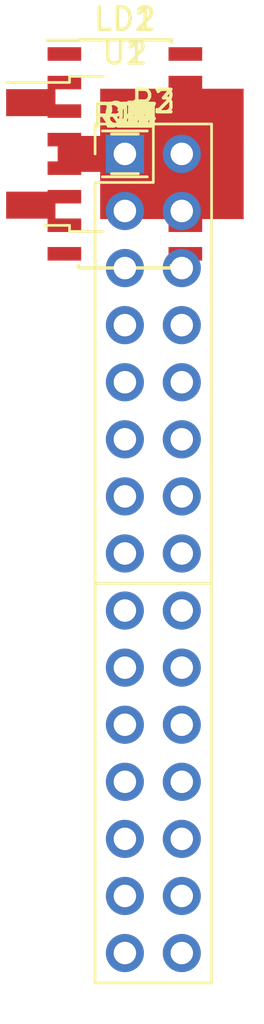
<source format=kicad_pcb>
(kicad_pcb (version 4) (host pcbnew 4.0.7)

  (general
    (links 108)
    (no_connects 74)
    (area 0 0 0 0)
    (thickness 1.6)
    (drawings 0)
    (tracks 0)
    (zones 0)
    (modules 42)
    (nets 57)
  )

  (page A4)
  (layers
    (0 F.Cu signal)
    (31 B.Cu signal)
    (32 B.Adhes user)
    (33 F.Adhes user)
    (34 B.Paste user)
    (35 F.Paste user)
    (36 B.SilkS user)
    (37 F.SilkS user)
    (38 B.Mask user)
    (39 F.Mask user)
    (40 Dwgs.User user)
    (41 Cmts.User user)
    (42 Eco1.User user)
    (43 Eco2.User user)
    (44 Edge.Cuts user)
    (45 Margin user)
    (46 B.CrtYd user)
    (47 F.CrtYd user)
    (48 B.Fab user)
    (49 F.Fab user)
  )

  (setup
    (last_trace_width 0.25)
    (trace_clearance 0.2)
    (zone_clearance 0.508)
    (zone_45_only no)
    (trace_min 0.2)
    (segment_width 0.2)
    (edge_width 0.15)
    (via_size 0.6)
    (via_drill 0.4)
    (via_min_size 0.4)
    (via_min_drill 0.3)
    (uvia_size 0.3)
    (uvia_drill 0.1)
    (uvias_allowed no)
    (uvia_min_size 0.2)
    (uvia_min_drill 0.1)
    (pcb_text_width 0.3)
    (pcb_text_size 1.5 1.5)
    (mod_edge_width 0.15)
    (mod_text_size 1 1)
    (mod_text_width 0.15)
    (pad_size 1.524 1.524)
    (pad_drill 0.762)
    (pad_to_mask_clearance 0.2)
    (aux_axis_origin 0 0)
    (visible_elements FFFFFF7F)
    (pcbplotparams
      (layerselection 0x00030_80000001)
      (usegerberextensions false)
      (excludeedgelayer true)
      (linewidth 0.100000)
      (plotframeref false)
      (viasonmask false)
      (mode 1)
      (useauxorigin false)
      (hpglpennumber 1)
      (hpglpenspeed 20)
      (hpglpendiameter 15)
      (hpglpenoverlay 2)
      (psnegative false)
      (psa4output false)
      (plotreference true)
      (plotvalue true)
      (plotinvisibletext false)
      (padsonsilk false)
      (subtractmaskfromsilk false)
      (outputformat 1)
      (mirror false)
      (drillshape 1)
      (scaleselection 1)
      (outputdirectory ""))
  )

  (net 0 "")
  (net 1 +15V)
  (net 2 GND)
  (net 3 +12V)
  (net 4 +3V3)
  (net 5 "Net-(D1-Pad1)")
  (net 6 /DDS1/SCLK_TTL)
  (net 7 "Net-(D2-Pad1)")
  (net 8 /DDS1/MOSI_TTL)
  (net 9 "Net-(D3-Pad1)")
  (net 10 /DDS1/MISO_TTL)
  (net 11 "Net-(D4-Pad1)")
  (net 12 /DDS1/CS0_TTL)
  (net 13 "Net-(D5-Pad1)")
  (net 14 /DDS1/CS1_TTL)
  (net 15 "Net-(D6-Pad1)")
  (net 16 /DDS1/CS2_TTL)
  (net 17 "Net-(D7-Pad1)")
  (net 18 /DDS1/IOUPDATE_TTL)
  (net 19 "Net-(D8-Pad1)")
  (net 20 /DDS1/DDSRESET_TTL)
  (net 21 /DDS1/SCLK_LVT)
  (net 22 /DDS1/SCLK_NIO)
  (net 23 /DDS1/SCLK_IO)
  (net 24 "Net-(LD1-Pad4)")
  (net 25 /DDS1/MOSI_IO)
  (net 26 /DDS1/MOSI_NIO)
  (net 27 /DDS1/MOSI_LVT)
  (net 28 /DDS1/CS0_LVT)
  (net 29 /DDS1/CS0_NIO)
  (net 30 /DDS1/CS0_IO)
  (net 31 /DDS1/MISO_IO)
  (net 32 /DDS1/MISO_NIO)
  (net 33 /DDS1/MISO_LVT)
  (net 34 /DDS1/CS1_LVT)
  (net 35 /DDS1/CS1_NIO)
  (net 36 /DDS1/CS1_IO)
  (net 37 "Net-(LD2-Pad4)")
  (net 38 /DDS1/CS2_IO)
  (net 39 /DDS1/CS2_NIO)
  (net 40 /DDS1/CS2_LVT)
  (net 41 /DDS1/DDSRESET_LVT)
  (net 42 /DDS1/DDSRESET_NIO)
  (net 43 /DDS1/DDSRESET_IO)
  (net 44 /DDS1/IOUPDATE_IO)
  (net 45 /DDS1/IOUPDATE_NIO)
  (net 46 /DDS1/IOUPDATE_LVT)
  (net 47 "Net-(P2-Pad1)")
  (net 48 "Net-(P2-Pad3)")
  (net 49 "Net-(P2-Pad5)")
  (net 50 "Net-(P2-Pad7)")
  (net 51 "Net-(P2-Pad9)")
  (net 52 "Net-(P2-Pad11)")
  (net 53 "Net-(P2-Pad13)")
  (net 54 "Net-(P2-Pad15)")
  (net 55 /DDS1/I2C_SDA)
  (net 56 /DDS1/I2C_SCL)

  (net_class Default "This is the default net class."
    (clearance 0.2)
    (trace_width 0.25)
    (via_dia 0.6)
    (via_drill 0.4)
    (uvia_dia 0.3)
    (uvia_drill 0.1)
    (add_net +12V)
    (add_net +15V)
    (add_net +3V3)
    (add_net /DDS1/CS0_IO)
    (add_net /DDS1/CS0_LVT)
    (add_net /DDS1/CS0_NIO)
    (add_net /DDS1/CS0_TTL)
    (add_net /DDS1/CS1_IO)
    (add_net /DDS1/CS1_LVT)
    (add_net /DDS1/CS1_NIO)
    (add_net /DDS1/CS1_TTL)
    (add_net /DDS1/CS2_IO)
    (add_net /DDS1/CS2_LVT)
    (add_net /DDS1/CS2_NIO)
    (add_net /DDS1/CS2_TTL)
    (add_net /DDS1/DDSRESET_IO)
    (add_net /DDS1/DDSRESET_LVT)
    (add_net /DDS1/DDSRESET_NIO)
    (add_net /DDS1/DDSRESET_TTL)
    (add_net /DDS1/I2C_SCL)
    (add_net /DDS1/I2C_SDA)
    (add_net /DDS1/IOUPDATE_IO)
    (add_net /DDS1/IOUPDATE_LVT)
    (add_net /DDS1/IOUPDATE_NIO)
    (add_net /DDS1/IOUPDATE_TTL)
    (add_net /DDS1/MISO_IO)
    (add_net /DDS1/MISO_LVT)
    (add_net /DDS1/MISO_NIO)
    (add_net /DDS1/MISO_TTL)
    (add_net /DDS1/MOSI_IO)
    (add_net /DDS1/MOSI_LVT)
    (add_net /DDS1/MOSI_NIO)
    (add_net /DDS1/MOSI_TTL)
    (add_net /DDS1/SCLK_IO)
    (add_net /DDS1/SCLK_LVT)
    (add_net /DDS1/SCLK_NIO)
    (add_net /DDS1/SCLK_TTL)
    (add_net GND)
    (add_net "Net-(D1-Pad1)")
    (add_net "Net-(D2-Pad1)")
    (add_net "Net-(D3-Pad1)")
    (add_net "Net-(D4-Pad1)")
    (add_net "Net-(D5-Pad1)")
    (add_net "Net-(D6-Pad1)")
    (add_net "Net-(D7-Pad1)")
    (add_net "Net-(D8-Pad1)")
    (add_net "Net-(LD1-Pad4)")
    (add_net "Net-(LD2-Pad4)")
    (add_net "Net-(P2-Pad1)")
    (add_net "Net-(P2-Pad11)")
    (add_net "Net-(P2-Pad13)")
    (add_net "Net-(P2-Pad15)")
    (add_net "Net-(P2-Pad3)")
    (add_net "Net-(P2-Pad5)")
    (add_net "Net-(P2-Pad7)")
    (add_net "Net-(P2-Pad9)")
  )

  (module Capacitors_SMD:C_1206_HandSoldering (layer F.Cu) (tedit 58AA84D1) (tstamp 5B9A790A)
    (at 148.5011 105.0036)
    (descr "Capacitor SMD 1206, hand soldering")
    (tags "capacitor 1206")
    (path /5B9B05D1/5B9B1E79)
    (attr smd)
    (fp_text reference C1 (at 0 -1.75) (layer F.SilkS)
      (effects (font (size 1 1) (thickness 0.15)))
    )
    (fp_text value 10u (at 0 2) (layer F.Fab)
      (effects (font (size 1 1) (thickness 0.15)))
    )
    (fp_text user %R (at 0 -1.75) (layer F.Fab)
      (effects (font (size 1 1) (thickness 0.15)))
    )
    (fp_line (start -1.6 0.8) (end -1.6 -0.8) (layer F.Fab) (width 0.1))
    (fp_line (start 1.6 0.8) (end -1.6 0.8) (layer F.Fab) (width 0.1))
    (fp_line (start 1.6 -0.8) (end 1.6 0.8) (layer F.Fab) (width 0.1))
    (fp_line (start -1.6 -0.8) (end 1.6 -0.8) (layer F.Fab) (width 0.1))
    (fp_line (start 1 -1.02) (end -1 -1.02) (layer F.SilkS) (width 0.12))
    (fp_line (start -1 1.02) (end 1 1.02) (layer F.SilkS) (width 0.12))
    (fp_line (start -3.25 -1.05) (end 3.25 -1.05) (layer F.CrtYd) (width 0.05))
    (fp_line (start -3.25 -1.05) (end -3.25 1.05) (layer F.CrtYd) (width 0.05))
    (fp_line (start 3.25 1.05) (end 3.25 -1.05) (layer F.CrtYd) (width 0.05))
    (fp_line (start 3.25 1.05) (end -3.25 1.05) (layer F.CrtYd) (width 0.05))
    (pad 1 smd rect (at -2 0) (size 2 1.6) (layers F.Cu F.Paste F.Mask)
      (net 1 +15V))
    (pad 2 smd rect (at 2 0) (size 2 1.6) (layers F.Cu F.Paste F.Mask)
      (net 2 GND))
    (model Capacitors_SMD.3dshapes/C_1206.wrl
      (at (xyz 0 0 0))
      (scale (xyz 1 1 1))
      (rotate (xyz 0 0 0))
    )
  )

  (module Capacitors_SMD:C_1206_HandSoldering (layer F.Cu) (tedit 58AA84D1) (tstamp 5B9A7910)
    (at 148.5011 105.0036)
    (descr "Capacitor SMD 1206, hand soldering")
    (tags "capacitor 1206")
    (path /5B9B05D1/5B9B1EB5)
    (attr smd)
    (fp_text reference C2 (at 0 -1.75) (layer F.SilkS)
      (effects (font (size 1 1) (thickness 0.15)))
    )
    (fp_text value 10u (at 0 2) (layer F.Fab)
      (effects (font (size 1 1) (thickness 0.15)))
    )
    (fp_text user %R (at 0 -1.75) (layer F.Fab)
      (effects (font (size 1 1) (thickness 0.15)))
    )
    (fp_line (start -1.6 0.8) (end -1.6 -0.8) (layer F.Fab) (width 0.1))
    (fp_line (start 1.6 0.8) (end -1.6 0.8) (layer F.Fab) (width 0.1))
    (fp_line (start 1.6 -0.8) (end 1.6 0.8) (layer F.Fab) (width 0.1))
    (fp_line (start -1.6 -0.8) (end 1.6 -0.8) (layer F.Fab) (width 0.1))
    (fp_line (start 1 -1.02) (end -1 -1.02) (layer F.SilkS) (width 0.12))
    (fp_line (start -1 1.02) (end 1 1.02) (layer F.SilkS) (width 0.12))
    (fp_line (start -3.25 -1.05) (end 3.25 -1.05) (layer F.CrtYd) (width 0.05))
    (fp_line (start -3.25 -1.05) (end -3.25 1.05) (layer F.CrtYd) (width 0.05))
    (fp_line (start 3.25 1.05) (end 3.25 -1.05) (layer F.CrtYd) (width 0.05))
    (fp_line (start 3.25 1.05) (end -3.25 1.05) (layer F.CrtYd) (width 0.05))
    (pad 1 smd rect (at -2 0) (size 2 1.6) (layers F.Cu F.Paste F.Mask)
      (net 1 +15V))
    (pad 2 smd rect (at 2 0) (size 2 1.6) (layers F.Cu F.Paste F.Mask)
      (net 2 GND))
    (model Capacitors_SMD.3dshapes/C_1206.wrl
      (at (xyz 0 0 0))
      (scale (xyz 1 1 1))
      (rotate (xyz 0 0 0))
    )
  )

  (module Capacitors_SMD:C_1206_HandSoldering (layer F.Cu) (tedit 58AA84D1) (tstamp 5B9A7916)
    (at 148.5011 105.0036)
    (descr "Capacitor SMD 1206, hand soldering")
    (tags "capacitor 1206")
    (path /5B9B05D1/5B9B1E84)
    (attr smd)
    (fp_text reference C3 (at 0 -1.75) (layer F.SilkS)
      (effects (font (size 1 1) (thickness 0.15)))
    )
    (fp_text value 10u (at 0 2) (layer F.Fab)
      (effects (font (size 1 1) (thickness 0.15)))
    )
    (fp_text user %R (at 0 -1.75) (layer F.Fab)
      (effects (font (size 1 1) (thickness 0.15)))
    )
    (fp_line (start -1.6 0.8) (end -1.6 -0.8) (layer F.Fab) (width 0.1))
    (fp_line (start 1.6 0.8) (end -1.6 0.8) (layer F.Fab) (width 0.1))
    (fp_line (start 1.6 -0.8) (end 1.6 0.8) (layer F.Fab) (width 0.1))
    (fp_line (start -1.6 -0.8) (end 1.6 -0.8) (layer F.Fab) (width 0.1))
    (fp_line (start 1 -1.02) (end -1 -1.02) (layer F.SilkS) (width 0.12))
    (fp_line (start -1 1.02) (end 1 1.02) (layer F.SilkS) (width 0.12))
    (fp_line (start -3.25 -1.05) (end 3.25 -1.05) (layer F.CrtYd) (width 0.05))
    (fp_line (start -3.25 -1.05) (end -3.25 1.05) (layer F.CrtYd) (width 0.05))
    (fp_line (start 3.25 1.05) (end 3.25 -1.05) (layer F.CrtYd) (width 0.05))
    (fp_line (start 3.25 1.05) (end -3.25 1.05) (layer F.CrtYd) (width 0.05))
    (pad 1 smd rect (at -2 0) (size 2 1.6) (layers F.Cu F.Paste F.Mask)
      (net 3 +12V))
    (pad 2 smd rect (at 2 0) (size 2 1.6) (layers F.Cu F.Paste F.Mask)
      (net 2 GND))
    (model Capacitors_SMD.3dshapes/C_1206.wrl
      (at (xyz 0 0 0))
      (scale (xyz 1 1 1))
      (rotate (xyz 0 0 0))
    )
  )

  (module Capacitors_SMD:C_1206_HandSoldering (layer F.Cu) (tedit 58AA84D1) (tstamp 5B9A791C)
    (at 148.5011 105.0036)
    (descr "Capacitor SMD 1206, hand soldering")
    (tags "capacitor 1206")
    (path /5B9B05D1/5B9B1EC0)
    (attr smd)
    (fp_text reference C4 (at 0 -1.75) (layer F.SilkS)
      (effects (font (size 1 1) (thickness 0.15)))
    )
    (fp_text value 10u (at 0 2) (layer F.Fab)
      (effects (font (size 1 1) (thickness 0.15)))
    )
    (fp_text user %R (at 0 -1.75) (layer F.Fab)
      (effects (font (size 1 1) (thickness 0.15)))
    )
    (fp_line (start -1.6 0.8) (end -1.6 -0.8) (layer F.Fab) (width 0.1))
    (fp_line (start 1.6 0.8) (end -1.6 0.8) (layer F.Fab) (width 0.1))
    (fp_line (start 1.6 -0.8) (end 1.6 0.8) (layer F.Fab) (width 0.1))
    (fp_line (start -1.6 -0.8) (end 1.6 -0.8) (layer F.Fab) (width 0.1))
    (fp_line (start 1 -1.02) (end -1 -1.02) (layer F.SilkS) (width 0.12))
    (fp_line (start -1 1.02) (end 1 1.02) (layer F.SilkS) (width 0.12))
    (fp_line (start -3.25 -1.05) (end 3.25 -1.05) (layer F.CrtYd) (width 0.05))
    (fp_line (start -3.25 -1.05) (end -3.25 1.05) (layer F.CrtYd) (width 0.05))
    (fp_line (start 3.25 1.05) (end 3.25 -1.05) (layer F.CrtYd) (width 0.05))
    (fp_line (start 3.25 1.05) (end -3.25 1.05) (layer F.CrtYd) (width 0.05))
    (pad 1 smd rect (at -2 0) (size 2 1.6) (layers F.Cu F.Paste F.Mask)
      (net 4 +3V3))
    (pad 2 smd rect (at 2 0) (size 2 1.6) (layers F.Cu F.Paste F.Mask)
      (net 2 GND))
    (model Capacitors_SMD.3dshapes/C_1206.wrl
      (at (xyz 0 0 0))
      (scale (xyz 1 1 1))
      (rotate (xyz 0 0 0))
    )
  )

  (module Resistors_SMD:R_0805_HandSoldering (layer F.Cu) (tedit 58E0A804) (tstamp 5B9A7922)
    (at 148.5011 105.0036)
    (descr "Resistor SMD 0805, hand soldering")
    (tags "resistor 0805")
    (path /5B9B05D1/5B9B1ED8)
    (attr smd)
    (fp_text reference D1 (at 0 -1.7) (layer F.SilkS)
      (effects (font (size 1 1) (thickness 0.15)))
    )
    (fp_text value Led_Small (at 0 1.75) (layer F.Fab)
      (effects (font (size 1 1) (thickness 0.15)))
    )
    (fp_text user %R (at 0 0) (layer F.Fab)
      (effects (font (size 0.5 0.5) (thickness 0.075)))
    )
    (fp_line (start -1 0.62) (end -1 -0.62) (layer F.Fab) (width 0.1))
    (fp_line (start 1 0.62) (end -1 0.62) (layer F.Fab) (width 0.1))
    (fp_line (start 1 -0.62) (end 1 0.62) (layer F.Fab) (width 0.1))
    (fp_line (start -1 -0.62) (end 1 -0.62) (layer F.Fab) (width 0.1))
    (fp_line (start 0.6 0.88) (end -0.6 0.88) (layer F.SilkS) (width 0.12))
    (fp_line (start -0.6 -0.88) (end 0.6 -0.88) (layer F.SilkS) (width 0.12))
    (fp_line (start -2.35 -0.9) (end 2.35 -0.9) (layer F.CrtYd) (width 0.05))
    (fp_line (start -2.35 -0.9) (end -2.35 0.9) (layer F.CrtYd) (width 0.05))
    (fp_line (start 2.35 0.9) (end 2.35 -0.9) (layer F.CrtYd) (width 0.05))
    (fp_line (start 2.35 0.9) (end -2.35 0.9) (layer F.CrtYd) (width 0.05))
    (pad 1 smd rect (at -1.35 0) (size 1.5 1.3) (layers F.Cu F.Paste F.Mask)
      (net 5 "Net-(D1-Pad1)"))
    (pad 2 smd rect (at 1.35 0) (size 1.5 1.3) (layers F.Cu F.Paste F.Mask)
      (net 6 /DDS1/SCLK_TTL))
    (model ${KISYS3DMOD}/Resistors_SMD.3dshapes/R_0805.wrl
      (at (xyz 0 0 0))
      (scale (xyz 1 1 1))
      (rotate (xyz 0 0 0))
    )
  )

  (module Resistors_SMD:R_0805_HandSoldering (layer F.Cu) (tedit 58E0A804) (tstamp 5B9A7928)
    (at 148.5011 105.0036)
    (descr "Resistor SMD 0805, hand soldering")
    (tags "resistor 0805")
    (path /5B9B05D1/5B9B1EEA)
    (attr smd)
    (fp_text reference D2 (at 0 -1.7) (layer F.SilkS)
      (effects (font (size 1 1) (thickness 0.15)))
    )
    (fp_text value Led_Small (at 0 1.75) (layer F.Fab)
      (effects (font (size 1 1) (thickness 0.15)))
    )
    (fp_text user %R (at 0 0) (layer F.Fab)
      (effects (font (size 0.5 0.5) (thickness 0.075)))
    )
    (fp_line (start -1 0.62) (end -1 -0.62) (layer F.Fab) (width 0.1))
    (fp_line (start 1 0.62) (end -1 0.62) (layer F.Fab) (width 0.1))
    (fp_line (start 1 -0.62) (end 1 0.62) (layer F.Fab) (width 0.1))
    (fp_line (start -1 -0.62) (end 1 -0.62) (layer F.Fab) (width 0.1))
    (fp_line (start 0.6 0.88) (end -0.6 0.88) (layer F.SilkS) (width 0.12))
    (fp_line (start -0.6 -0.88) (end 0.6 -0.88) (layer F.SilkS) (width 0.12))
    (fp_line (start -2.35 -0.9) (end 2.35 -0.9) (layer F.CrtYd) (width 0.05))
    (fp_line (start -2.35 -0.9) (end -2.35 0.9) (layer F.CrtYd) (width 0.05))
    (fp_line (start 2.35 0.9) (end 2.35 -0.9) (layer F.CrtYd) (width 0.05))
    (fp_line (start 2.35 0.9) (end -2.35 0.9) (layer F.CrtYd) (width 0.05))
    (pad 1 smd rect (at -1.35 0) (size 1.5 1.3) (layers F.Cu F.Paste F.Mask)
      (net 7 "Net-(D2-Pad1)"))
    (pad 2 smd rect (at 1.35 0) (size 1.5 1.3) (layers F.Cu F.Paste F.Mask)
      (net 8 /DDS1/MOSI_TTL))
    (model ${KISYS3DMOD}/Resistors_SMD.3dshapes/R_0805.wrl
      (at (xyz 0 0 0))
      (scale (xyz 1 1 1))
      (rotate (xyz 0 0 0))
    )
  )

  (module Resistors_SMD:R_0805_HandSoldering (layer F.Cu) (tedit 58E0A804) (tstamp 5B9A792E)
    (at 148.5011 105.0036)
    (descr "Resistor SMD 0805, hand soldering")
    (tags "resistor 0805")
    (path /5B9B05D1/5B9B1EFB)
    (attr smd)
    (fp_text reference D3 (at 0 -1.7) (layer F.SilkS)
      (effects (font (size 1 1) (thickness 0.15)))
    )
    (fp_text value Led_Small (at 0 1.75) (layer F.Fab)
      (effects (font (size 1 1) (thickness 0.15)))
    )
    (fp_text user %R (at 0 0) (layer F.Fab)
      (effects (font (size 0.5 0.5) (thickness 0.075)))
    )
    (fp_line (start -1 0.62) (end -1 -0.62) (layer F.Fab) (width 0.1))
    (fp_line (start 1 0.62) (end -1 0.62) (layer F.Fab) (width 0.1))
    (fp_line (start 1 -0.62) (end 1 0.62) (layer F.Fab) (width 0.1))
    (fp_line (start -1 -0.62) (end 1 -0.62) (layer F.Fab) (width 0.1))
    (fp_line (start 0.6 0.88) (end -0.6 0.88) (layer F.SilkS) (width 0.12))
    (fp_line (start -0.6 -0.88) (end 0.6 -0.88) (layer F.SilkS) (width 0.12))
    (fp_line (start -2.35 -0.9) (end 2.35 -0.9) (layer F.CrtYd) (width 0.05))
    (fp_line (start -2.35 -0.9) (end -2.35 0.9) (layer F.CrtYd) (width 0.05))
    (fp_line (start 2.35 0.9) (end 2.35 -0.9) (layer F.CrtYd) (width 0.05))
    (fp_line (start 2.35 0.9) (end -2.35 0.9) (layer F.CrtYd) (width 0.05))
    (pad 1 smd rect (at -1.35 0) (size 1.5 1.3) (layers F.Cu F.Paste F.Mask)
      (net 9 "Net-(D3-Pad1)"))
    (pad 2 smd rect (at 1.35 0) (size 1.5 1.3) (layers F.Cu F.Paste F.Mask)
      (net 10 /DDS1/MISO_TTL))
    (model ${KISYS3DMOD}/Resistors_SMD.3dshapes/R_0805.wrl
      (at (xyz 0 0 0))
      (scale (xyz 1 1 1))
      (rotate (xyz 0 0 0))
    )
  )

  (module Resistors_SMD:R_0805_HandSoldering (layer F.Cu) (tedit 58E0A804) (tstamp 5B9A7934)
    (at 148.5011 105.0036)
    (descr "Resistor SMD 0805, hand soldering")
    (tags "resistor 0805")
    (path /5B9B05D1/5B9B1F0C)
    (attr smd)
    (fp_text reference D4 (at 0 -1.7) (layer F.SilkS)
      (effects (font (size 1 1) (thickness 0.15)))
    )
    (fp_text value Led_Small (at 0 1.75) (layer F.Fab)
      (effects (font (size 1 1) (thickness 0.15)))
    )
    (fp_text user %R (at 0 0) (layer F.Fab)
      (effects (font (size 0.5 0.5) (thickness 0.075)))
    )
    (fp_line (start -1 0.62) (end -1 -0.62) (layer F.Fab) (width 0.1))
    (fp_line (start 1 0.62) (end -1 0.62) (layer F.Fab) (width 0.1))
    (fp_line (start 1 -0.62) (end 1 0.62) (layer F.Fab) (width 0.1))
    (fp_line (start -1 -0.62) (end 1 -0.62) (layer F.Fab) (width 0.1))
    (fp_line (start 0.6 0.88) (end -0.6 0.88) (layer F.SilkS) (width 0.12))
    (fp_line (start -0.6 -0.88) (end 0.6 -0.88) (layer F.SilkS) (width 0.12))
    (fp_line (start -2.35 -0.9) (end 2.35 -0.9) (layer F.CrtYd) (width 0.05))
    (fp_line (start -2.35 -0.9) (end -2.35 0.9) (layer F.CrtYd) (width 0.05))
    (fp_line (start 2.35 0.9) (end 2.35 -0.9) (layer F.CrtYd) (width 0.05))
    (fp_line (start 2.35 0.9) (end -2.35 0.9) (layer F.CrtYd) (width 0.05))
    (pad 1 smd rect (at -1.35 0) (size 1.5 1.3) (layers F.Cu F.Paste F.Mask)
      (net 11 "Net-(D4-Pad1)"))
    (pad 2 smd rect (at 1.35 0) (size 1.5 1.3) (layers F.Cu F.Paste F.Mask)
      (net 12 /DDS1/CS0_TTL))
    (model ${KISYS3DMOD}/Resistors_SMD.3dshapes/R_0805.wrl
      (at (xyz 0 0 0))
      (scale (xyz 1 1 1))
      (rotate (xyz 0 0 0))
    )
  )

  (module Resistors_SMD:R_0805_HandSoldering (layer F.Cu) (tedit 58E0A804) (tstamp 5B9A793A)
    (at 148.5011 105.0036)
    (descr "Resistor SMD 0805, hand soldering")
    (tags "resistor 0805")
    (path /5B9B05D1/5B9B1F1D)
    (attr smd)
    (fp_text reference D5 (at 0 -1.7) (layer F.SilkS)
      (effects (font (size 1 1) (thickness 0.15)))
    )
    (fp_text value Led_Small (at 0 1.75) (layer F.Fab)
      (effects (font (size 1 1) (thickness 0.15)))
    )
    (fp_text user %R (at 0 0) (layer F.Fab)
      (effects (font (size 0.5 0.5) (thickness 0.075)))
    )
    (fp_line (start -1 0.62) (end -1 -0.62) (layer F.Fab) (width 0.1))
    (fp_line (start 1 0.62) (end -1 0.62) (layer F.Fab) (width 0.1))
    (fp_line (start 1 -0.62) (end 1 0.62) (layer F.Fab) (width 0.1))
    (fp_line (start -1 -0.62) (end 1 -0.62) (layer F.Fab) (width 0.1))
    (fp_line (start 0.6 0.88) (end -0.6 0.88) (layer F.SilkS) (width 0.12))
    (fp_line (start -0.6 -0.88) (end 0.6 -0.88) (layer F.SilkS) (width 0.12))
    (fp_line (start -2.35 -0.9) (end 2.35 -0.9) (layer F.CrtYd) (width 0.05))
    (fp_line (start -2.35 -0.9) (end -2.35 0.9) (layer F.CrtYd) (width 0.05))
    (fp_line (start 2.35 0.9) (end 2.35 -0.9) (layer F.CrtYd) (width 0.05))
    (fp_line (start 2.35 0.9) (end -2.35 0.9) (layer F.CrtYd) (width 0.05))
    (pad 1 smd rect (at -1.35 0) (size 1.5 1.3) (layers F.Cu F.Paste F.Mask)
      (net 13 "Net-(D5-Pad1)"))
    (pad 2 smd rect (at 1.35 0) (size 1.5 1.3) (layers F.Cu F.Paste F.Mask)
      (net 14 /DDS1/CS1_TTL))
    (model ${KISYS3DMOD}/Resistors_SMD.3dshapes/R_0805.wrl
      (at (xyz 0 0 0))
      (scale (xyz 1 1 1))
      (rotate (xyz 0 0 0))
    )
  )

  (module Resistors_SMD:R_0805_HandSoldering (layer F.Cu) (tedit 58E0A804) (tstamp 5B9A7940)
    (at 148.5011 105.0036)
    (descr "Resistor SMD 0805, hand soldering")
    (tags "resistor 0805")
    (path /5B9B05D1/5B9B1F2E)
    (attr smd)
    (fp_text reference D6 (at 0 -1.7) (layer F.SilkS)
      (effects (font (size 1 1) (thickness 0.15)))
    )
    (fp_text value Led_Small (at 0 1.75) (layer F.Fab)
      (effects (font (size 1 1) (thickness 0.15)))
    )
    (fp_text user %R (at 0 0) (layer F.Fab)
      (effects (font (size 0.5 0.5) (thickness 0.075)))
    )
    (fp_line (start -1 0.62) (end -1 -0.62) (layer F.Fab) (width 0.1))
    (fp_line (start 1 0.62) (end -1 0.62) (layer F.Fab) (width 0.1))
    (fp_line (start 1 -0.62) (end 1 0.62) (layer F.Fab) (width 0.1))
    (fp_line (start -1 -0.62) (end 1 -0.62) (layer F.Fab) (width 0.1))
    (fp_line (start 0.6 0.88) (end -0.6 0.88) (layer F.SilkS) (width 0.12))
    (fp_line (start -0.6 -0.88) (end 0.6 -0.88) (layer F.SilkS) (width 0.12))
    (fp_line (start -2.35 -0.9) (end 2.35 -0.9) (layer F.CrtYd) (width 0.05))
    (fp_line (start -2.35 -0.9) (end -2.35 0.9) (layer F.CrtYd) (width 0.05))
    (fp_line (start 2.35 0.9) (end 2.35 -0.9) (layer F.CrtYd) (width 0.05))
    (fp_line (start 2.35 0.9) (end -2.35 0.9) (layer F.CrtYd) (width 0.05))
    (pad 1 smd rect (at -1.35 0) (size 1.5 1.3) (layers F.Cu F.Paste F.Mask)
      (net 15 "Net-(D6-Pad1)"))
    (pad 2 smd rect (at 1.35 0) (size 1.5 1.3) (layers F.Cu F.Paste F.Mask)
      (net 16 /DDS1/CS2_TTL))
    (model ${KISYS3DMOD}/Resistors_SMD.3dshapes/R_0805.wrl
      (at (xyz 0 0 0))
      (scale (xyz 1 1 1))
      (rotate (xyz 0 0 0))
    )
  )

  (module Resistors_SMD:R_0805_HandSoldering (layer F.Cu) (tedit 58E0A804) (tstamp 5B9A7946)
    (at 148.5011 105.0036)
    (descr "Resistor SMD 0805, hand soldering")
    (tags "resistor 0805")
    (path /5B9B05D1/5B9B1F3F)
    (attr smd)
    (fp_text reference D7 (at 0 -1.7) (layer F.SilkS)
      (effects (font (size 1 1) (thickness 0.15)))
    )
    (fp_text value Led_Small (at 0 1.75) (layer F.Fab)
      (effects (font (size 1 1) (thickness 0.15)))
    )
    (fp_text user %R (at 0 0) (layer F.Fab)
      (effects (font (size 0.5 0.5) (thickness 0.075)))
    )
    (fp_line (start -1 0.62) (end -1 -0.62) (layer F.Fab) (width 0.1))
    (fp_line (start 1 0.62) (end -1 0.62) (layer F.Fab) (width 0.1))
    (fp_line (start 1 -0.62) (end 1 0.62) (layer F.Fab) (width 0.1))
    (fp_line (start -1 -0.62) (end 1 -0.62) (layer F.Fab) (width 0.1))
    (fp_line (start 0.6 0.88) (end -0.6 0.88) (layer F.SilkS) (width 0.12))
    (fp_line (start -0.6 -0.88) (end 0.6 -0.88) (layer F.SilkS) (width 0.12))
    (fp_line (start -2.35 -0.9) (end 2.35 -0.9) (layer F.CrtYd) (width 0.05))
    (fp_line (start -2.35 -0.9) (end -2.35 0.9) (layer F.CrtYd) (width 0.05))
    (fp_line (start 2.35 0.9) (end 2.35 -0.9) (layer F.CrtYd) (width 0.05))
    (fp_line (start 2.35 0.9) (end -2.35 0.9) (layer F.CrtYd) (width 0.05))
    (pad 1 smd rect (at -1.35 0) (size 1.5 1.3) (layers F.Cu F.Paste F.Mask)
      (net 17 "Net-(D7-Pad1)"))
    (pad 2 smd rect (at 1.35 0) (size 1.5 1.3) (layers F.Cu F.Paste F.Mask)
      (net 18 /DDS1/IOUPDATE_TTL))
    (model ${KISYS3DMOD}/Resistors_SMD.3dshapes/R_0805.wrl
      (at (xyz 0 0 0))
      (scale (xyz 1 1 1))
      (rotate (xyz 0 0 0))
    )
  )

  (module Resistors_SMD:R_0805_HandSoldering (layer F.Cu) (tedit 58E0A804) (tstamp 5B9A794C)
    (at 148.5011 105.0036)
    (descr "Resistor SMD 0805, hand soldering")
    (tags "resistor 0805")
    (path /5B9B05D1/5B9B1F50)
    (attr smd)
    (fp_text reference D8 (at 0 -1.7) (layer F.SilkS)
      (effects (font (size 1 1) (thickness 0.15)))
    )
    (fp_text value Led_Small (at 0 1.75) (layer F.Fab)
      (effects (font (size 1 1) (thickness 0.15)))
    )
    (fp_text user %R (at 0 0) (layer F.Fab)
      (effects (font (size 0.5 0.5) (thickness 0.075)))
    )
    (fp_line (start -1 0.62) (end -1 -0.62) (layer F.Fab) (width 0.1))
    (fp_line (start 1 0.62) (end -1 0.62) (layer F.Fab) (width 0.1))
    (fp_line (start 1 -0.62) (end 1 0.62) (layer F.Fab) (width 0.1))
    (fp_line (start -1 -0.62) (end 1 -0.62) (layer F.Fab) (width 0.1))
    (fp_line (start 0.6 0.88) (end -0.6 0.88) (layer F.SilkS) (width 0.12))
    (fp_line (start -0.6 -0.88) (end 0.6 -0.88) (layer F.SilkS) (width 0.12))
    (fp_line (start -2.35 -0.9) (end 2.35 -0.9) (layer F.CrtYd) (width 0.05))
    (fp_line (start -2.35 -0.9) (end -2.35 0.9) (layer F.CrtYd) (width 0.05))
    (fp_line (start 2.35 0.9) (end 2.35 -0.9) (layer F.CrtYd) (width 0.05))
    (fp_line (start 2.35 0.9) (end -2.35 0.9) (layer F.CrtYd) (width 0.05))
    (pad 1 smd rect (at -1.35 0) (size 1.5 1.3) (layers F.Cu F.Paste F.Mask)
      (net 19 "Net-(D8-Pad1)"))
    (pad 2 smd rect (at 1.35 0) (size 1.5 1.3) (layers F.Cu F.Paste F.Mask)
      (net 20 /DDS1/DDSRESET_TTL))
    (model ${KISYS3DMOD}/Resistors_SMD.3dshapes/R_0805.wrl
      (at (xyz 0 0 0))
      (scale (xyz 1 1 1))
      (rotate (xyz 0 0 0))
    )
  )

  (module Housings_SOIC:SOIC-16_3.9x9.9mm_Pitch1.27mm (layer F.Cu) (tedit 58CC8F64) (tstamp 5B9A7960)
    (at 148.5011 105.0036)
    (descr "16-Lead Plastic Small Outline (SL) - Narrow, 3.90 mm Body [SOIC] (see Microchip Packaging Specification 00000049BS.pdf)")
    (tags "SOIC 1.27")
    (path /5B9B05D1/5B9B1CFD)
    (attr smd)
    (fp_text reference LD1 (at 0 -6) (layer F.SilkS)
      (effects (font (size 1 1) (thickness 0.15)))
    )
    (fp_text value SN65LVDS31 (at 0 6) (layer F.Fab)
      (effects (font (size 1 1) (thickness 0.15)))
    )
    (fp_text user %R (at 0 0) (layer F.Fab)
      (effects (font (size 0.9 0.9) (thickness 0.135)))
    )
    (fp_line (start -0.95 -4.95) (end 1.95 -4.95) (layer F.Fab) (width 0.15))
    (fp_line (start 1.95 -4.95) (end 1.95 4.95) (layer F.Fab) (width 0.15))
    (fp_line (start 1.95 4.95) (end -1.95 4.95) (layer F.Fab) (width 0.15))
    (fp_line (start -1.95 4.95) (end -1.95 -3.95) (layer F.Fab) (width 0.15))
    (fp_line (start -1.95 -3.95) (end -0.95 -4.95) (layer F.Fab) (width 0.15))
    (fp_line (start -3.7 -5.25) (end -3.7 5.25) (layer F.CrtYd) (width 0.05))
    (fp_line (start 3.7 -5.25) (end 3.7 5.25) (layer F.CrtYd) (width 0.05))
    (fp_line (start -3.7 -5.25) (end 3.7 -5.25) (layer F.CrtYd) (width 0.05))
    (fp_line (start -3.7 5.25) (end 3.7 5.25) (layer F.CrtYd) (width 0.05))
    (fp_line (start -2.075 -5.075) (end -2.075 -5.05) (layer F.SilkS) (width 0.15))
    (fp_line (start 2.075 -5.075) (end 2.075 -4.97) (layer F.SilkS) (width 0.15))
    (fp_line (start 2.075 5.075) (end 2.075 4.97) (layer F.SilkS) (width 0.15))
    (fp_line (start -2.075 5.075) (end -2.075 4.97) (layer F.SilkS) (width 0.15))
    (fp_line (start -2.075 -5.075) (end 2.075 -5.075) (layer F.SilkS) (width 0.15))
    (fp_line (start -2.075 5.075) (end 2.075 5.075) (layer F.SilkS) (width 0.15))
    (fp_line (start -2.075 -5.05) (end -3.45 -5.05) (layer F.SilkS) (width 0.15))
    (pad 1 smd rect (at -2.7 -4.445) (size 1.5 0.6) (layers F.Cu F.Paste F.Mask)
      (net 21 /DDS1/SCLK_LVT))
    (pad 2 smd rect (at -2.7 -3.175) (size 1.5 0.6) (layers F.Cu F.Paste F.Mask)
      (net 22 /DDS1/SCLK_NIO))
    (pad 3 smd rect (at -2.7 -1.905) (size 1.5 0.6) (layers F.Cu F.Paste F.Mask)
      (net 23 /DDS1/SCLK_IO))
    (pad 4 smd rect (at -2.7 -0.635) (size 1.5 0.6) (layers F.Cu F.Paste F.Mask)
      (net 24 "Net-(LD1-Pad4)"))
    (pad 5 smd rect (at -2.7 0.635) (size 1.5 0.6) (layers F.Cu F.Paste F.Mask)
      (net 25 /DDS1/MOSI_IO))
    (pad 6 smd rect (at -2.7 1.905) (size 1.5 0.6) (layers F.Cu F.Paste F.Mask)
      (net 26 /DDS1/MOSI_NIO))
    (pad 7 smd rect (at -2.7 3.175) (size 1.5 0.6) (layers F.Cu F.Paste F.Mask)
      (net 27 /DDS1/MOSI_LVT))
    (pad 8 smd rect (at -2.7 4.445) (size 1.5 0.6) (layers F.Cu F.Paste F.Mask)
      (net 2 GND))
    (pad 9 smd rect (at 2.7 4.445) (size 1.5 0.6) (layers F.Cu F.Paste F.Mask)
      (net 28 /DDS1/CS0_LVT))
    (pad 10 smd rect (at 2.7 3.175) (size 1.5 0.6) (layers F.Cu F.Paste F.Mask)
      (net 29 /DDS1/CS0_NIO))
    (pad 11 smd rect (at 2.7 1.905) (size 1.5 0.6) (layers F.Cu F.Paste F.Mask)
      (net 30 /DDS1/CS0_IO))
    (pad 12 smd rect (at 2.7 0.635) (size 1.5 0.6) (layers F.Cu F.Paste F.Mask)
      (net 2 GND))
    (pad 13 smd rect (at 2.7 -0.635) (size 1.5 0.6) (layers F.Cu F.Paste F.Mask)
      (net 31 /DDS1/MISO_IO))
    (pad 14 smd rect (at 2.7 -1.905) (size 1.5 0.6) (layers F.Cu F.Paste F.Mask)
      (net 32 /DDS1/MISO_NIO))
    (pad 15 smd rect (at 2.7 -3.175) (size 1.5 0.6) (layers F.Cu F.Paste F.Mask)
      (net 33 /DDS1/MISO_LVT))
    (pad 16 smd rect (at 2.7 -4.445) (size 1.5 0.6) (layers F.Cu F.Paste F.Mask)
      (net 4 +3V3))
    (model ${KISYS3DMOD}/Housings_SOIC.3dshapes/SOIC-16_3.9x9.9mm_Pitch1.27mm.wrl
      (at (xyz 0 0 0))
      (scale (xyz 1 1 1))
      (rotate (xyz 0 0 0))
    )
  )

  (module Housings_SOIC:SOIC-16_3.9x9.9mm_Pitch1.27mm (layer F.Cu) (tedit 58CC8F64) (tstamp 5B9A7974)
    (at 148.5011 105.0036)
    (descr "16-Lead Plastic Small Outline (SL) - Narrow, 3.90 mm Body [SOIC] (see Microchip Packaging Specification 00000049BS.pdf)")
    (tags "SOIC 1.27")
    (path /5B9B05D1/5B9B1D04)
    (attr smd)
    (fp_text reference LD2 (at 0 -6) (layer F.SilkS)
      (effects (font (size 1 1) (thickness 0.15)))
    )
    (fp_text value SN65LVDS31 (at 0 6) (layer F.Fab)
      (effects (font (size 1 1) (thickness 0.15)))
    )
    (fp_text user %R (at 0 0) (layer F.Fab)
      (effects (font (size 0.9 0.9) (thickness 0.135)))
    )
    (fp_line (start -0.95 -4.95) (end 1.95 -4.95) (layer F.Fab) (width 0.15))
    (fp_line (start 1.95 -4.95) (end 1.95 4.95) (layer F.Fab) (width 0.15))
    (fp_line (start 1.95 4.95) (end -1.95 4.95) (layer F.Fab) (width 0.15))
    (fp_line (start -1.95 4.95) (end -1.95 -3.95) (layer F.Fab) (width 0.15))
    (fp_line (start -1.95 -3.95) (end -0.95 -4.95) (layer F.Fab) (width 0.15))
    (fp_line (start -3.7 -5.25) (end -3.7 5.25) (layer F.CrtYd) (width 0.05))
    (fp_line (start 3.7 -5.25) (end 3.7 5.25) (layer F.CrtYd) (width 0.05))
    (fp_line (start -3.7 -5.25) (end 3.7 -5.25) (layer F.CrtYd) (width 0.05))
    (fp_line (start -3.7 5.25) (end 3.7 5.25) (layer F.CrtYd) (width 0.05))
    (fp_line (start -2.075 -5.075) (end -2.075 -5.05) (layer F.SilkS) (width 0.15))
    (fp_line (start 2.075 -5.075) (end 2.075 -4.97) (layer F.SilkS) (width 0.15))
    (fp_line (start 2.075 5.075) (end 2.075 4.97) (layer F.SilkS) (width 0.15))
    (fp_line (start -2.075 5.075) (end -2.075 4.97) (layer F.SilkS) (width 0.15))
    (fp_line (start -2.075 -5.075) (end 2.075 -5.075) (layer F.SilkS) (width 0.15))
    (fp_line (start -2.075 5.075) (end 2.075 5.075) (layer F.SilkS) (width 0.15))
    (fp_line (start -2.075 -5.05) (end -3.45 -5.05) (layer F.SilkS) (width 0.15))
    (pad 1 smd rect (at -2.7 -4.445) (size 1.5 0.6) (layers F.Cu F.Paste F.Mask)
      (net 34 /DDS1/CS1_LVT))
    (pad 2 smd rect (at -2.7 -3.175) (size 1.5 0.6) (layers F.Cu F.Paste F.Mask)
      (net 35 /DDS1/CS1_NIO))
    (pad 3 smd rect (at -2.7 -1.905) (size 1.5 0.6) (layers F.Cu F.Paste F.Mask)
      (net 36 /DDS1/CS1_IO))
    (pad 4 smd rect (at -2.7 -0.635) (size 1.5 0.6) (layers F.Cu F.Paste F.Mask)
      (net 37 "Net-(LD2-Pad4)"))
    (pad 5 smd rect (at -2.7 0.635) (size 1.5 0.6) (layers F.Cu F.Paste F.Mask)
      (net 38 /DDS1/CS2_IO))
    (pad 6 smd rect (at -2.7 1.905) (size 1.5 0.6) (layers F.Cu F.Paste F.Mask)
      (net 39 /DDS1/CS2_NIO))
    (pad 7 smd rect (at -2.7 3.175) (size 1.5 0.6) (layers F.Cu F.Paste F.Mask)
      (net 40 /DDS1/CS2_LVT))
    (pad 8 smd rect (at -2.7 4.445) (size 1.5 0.6) (layers F.Cu F.Paste F.Mask)
      (net 2 GND))
    (pad 9 smd rect (at 2.7 4.445) (size 1.5 0.6) (layers F.Cu F.Paste F.Mask)
      (net 41 /DDS1/DDSRESET_LVT))
    (pad 10 smd rect (at 2.7 3.175) (size 1.5 0.6) (layers F.Cu F.Paste F.Mask)
      (net 42 /DDS1/DDSRESET_NIO))
    (pad 11 smd rect (at 2.7 1.905) (size 1.5 0.6) (layers F.Cu F.Paste F.Mask)
      (net 43 /DDS1/DDSRESET_IO))
    (pad 12 smd rect (at 2.7 0.635) (size 1.5 0.6) (layers F.Cu F.Paste F.Mask)
      (net 2 GND))
    (pad 13 smd rect (at 2.7 -0.635) (size 1.5 0.6) (layers F.Cu F.Paste F.Mask)
      (net 44 /DDS1/IOUPDATE_IO))
    (pad 14 smd rect (at 2.7 -1.905) (size 1.5 0.6) (layers F.Cu F.Paste F.Mask)
      (net 45 /DDS1/IOUPDATE_NIO))
    (pad 15 smd rect (at 2.7 -3.175) (size 1.5 0.6) (layers F.Cu F.Paste F.Mask)
      (net 46 /DDS1/IOUPDATE_LVT))
    (pad 16 smd rect (at 2.7 -4.445) (size 1.5 0.6) (layers F.Cu F.Paste F.Mask)
      (net 4 +3V3))
    (model ${KISYS3DMOD}/Housings_SOIC.3dshapes/SOIC-16_3.9x9.9mm_Pitch1.27mm.wrl
      (at (xyz 0 0 0))
      (scale (xyz 1 1 1))
      (rotate (xyz 0 0 0))
    )
  )

  (module Pin_Headers:Pin_Header_Straight_2x08_Pitch2.54mm (layer F.Cu) (tedit 59650532) (tstamp 5B9A7988)
    (at 148.5011 105.0036)
    (descr "Through hole straight pin header, 2x08, 2.54mm pitch, double rows")
    (tags "Through hole pin header THT 2x08 2.54mm double row")
    (path /5B9B05D1/5B9B1D46)
    (fp_text reference P2 (at 1.27 -2.33) (layer F.SilkS)
      (effects (font (size 1 1) (thickness 0.15)))
    )
    (fp_text value CONN_02X08 (at 1.27 20.11) (layer F.Fab)
      (effects (font (size 1 1) (thickness 0.15)))
    )
    (fp_line (start 0 -1.27) (end 3.81 -1.27) (layer F.Fab) (width 0.1))
    (fp_line (start 3.81 -1.27) (end 3.81 19.05) (layer F.Fab) (width 0.1))
    (fp_line (start 3.81 19.05) (end -1.27 19.05) (layer F.Fab) (width 0.1))
    (fp_line (start -1.27 19.05) (end -1.27 0) (layer F.Fab) (width 0.1))
    (fp_line (start -1.27 0) (end 0 -1.27) (layer F.Fab) (width 0.1))
    (fp_line (start -1.33 19.11) (end 3.87 19.11) (layer F.SilkS) (width 0.12))
    (fp_line (start -1.33 1.27) (end -1.33 19.11) (layer F.SilkS) (width 0.12))
    (fp_line (start 3.87 -1.33) (end 3.87 19.11) (layer F.SilkS) (width 0.12))
    (fp_line (start -1.33 1.27) (end 1.27 1.27) (layer F.SilkS) (width 0.12))
    (fp_line (start 1.27 1.27) (end 1.27 -1.33) (layer F.SilkS) (width 0.12))
    (fp_line (start 1.27 -1.33) (end 3.87 -1.33) (layer F.SilkS) (width 0.12))
    (fp_line (start -1.33 0) (end -1.33 -1.33) (layer F.SilkS) (width 0.12))
    (fp_line (start -1.33 -1.33) (end 0 -1.33) (layer F.SilkS) (width 0.12))
    (fp_line (start -1.8 -1.8) (end -1.8 19.55) (layer F.CrtYd) (width 0.05))
    (fp_line (start -1.8 19.55) (end 4.35 19.55) (layer F.CrtYd) (width 0.05))
    (fp_line (start 4.35 19.55) (end 4.35 -1.8) (layer F.CrtYd) (width 0.05))
    (fp_line (start 4.35 -1.8) (end -1.8 -1.8) (layer F.CrtYd) (width 0.05))
    (fp_text user %R (at 1.27 8.89 90) (layer F.Fab)
      (effects (font (size 1 1) (thickness 0.15)))
    )
    (pad 1 thru_hole rect (at 0 0) (size 1.7 1.7) (drill 1) (layers *.Cu *.Mask)
      (net 47 "Net-(P2-Pad1)"))
    (pad 2 thru_hole oval (at 2.54 0) (size 1.7 1.7) (drill 1) (layers *.Cu *.Mask)
      (net 6 /DDS1/SCLK_TTL))
    (pad 3 thru_hole oval (at 0 2.54) (size 1.7 1.7) (drill 1) (layers *.Cu *.Mask)
      (net 48 "Net-(P2-Pad3)"))
    (pad 4 thru_hole oval (at 2.54 2.54) (size 1.7 1.7) (drill 1) (layers *.Cu *.Mask)
      (net 8 /DDS1/MOSI_TTL))
    (pad 5 thru_hole oval (at 0 5.08) (size 1.7 1.7) (drill 1) (layers *.Cu *.Mask)
      (net 49 "Net-(P2-Pad5)"))
    (pad 6 thru_hole oval (at 2.54 5.08) (size 1.7 1.7) (drill 1) (layers *.Cu *.Mask)
      (net 10 /DDS1/MISO_TTL))
    (pad 7 thru_hole oval (at 0 7.62) (size 1.7 1.7) (drill 1) (layers *.Cu *.Mask)
      (net 50 "Net-(P2-Pad7)"))
    (pad 8 thru_hole oval (at 2.54 7.62) (size 1.7 1.7) (drill 1) (layers *.Cu *.Mask)
      (net 12 /DDS1/CS0_TTL))
    (pad 9 thru_hole oval (at 0 10.16) (size 1.7 1.7) (drill 1) (layers *.Cu *.Mask)
      (net 51 "Net-(P2-Pad9)"))
    (pad 10 thru_hole oval (at 2.54 10.16) (size 1.7 1.7) (drill 1) (layers *.Cu *.Mask)
      (net 14 /DDS1/CS1_TTL))
    (pad 11 thru_hole oval (at 0 12.7) (size 1.7 1.7) (drill 1) (layers *.Cu *.Mask)
      (net 52 "Net-(P2-Pad11)"))
    (pad 12 thru_hole oval (at 2.54 12.7) (size 1.7 1.7) (drill 1) (layers *.Cu *.Mask)
      (net 16 /DDS1/CS2_TTL))
    (pad 13 thru_hole oval (at 0 15.24) (size 1.7 1.7) (drill 1) (layers *.Cu *.Mask)
      (net 53 "Net-(P2-Pad13)"))
    (pad 14 thru_hole oval (at 2.54 15.24) (size 1.7 1.7) (drill 1) (layers *.Cu *.Mask)
      (net 18 /DDS1/IOUPDATE_TTL))
    (pad 15 thru_hole oval (at 0 17.78) (size 1.7 1.7) (drill 1) (layers *.Cu *.Mask)
      (net 54 "Net-(P2-Pad15)"))
    (pad 16 thru_hole oval (at 2.54 17.78) (size 1.7 1.7) (drill 1) (layers *.Cu *.Mask)
      (net 20 /DDS1/DDSRESET_TTL))
    (model ${KISYS3DMOD}/Pin_Headers.3dshapes/Pin_Header_Straight_2x08_Pitch2.54mm.wrl
      (at (xyz 0 0 0))
      (scale (xyz 1 1 1))
      (rotate (xyz 0 0 0))
    )
  )

  (module Pin_Headers:Pin_Header_Straight_2x15_Pitch2.54mm (layer F.Cu) (tedit 59650533) (tstamp 5B9A79AA)
    (at 148.5011 105.0036)
    (descr "Through hole straight pin header, 2x15, 2.54mm pitch, double rows")
    (tags "Through hole pin header THT 2x15 2.54mm double row")
    (path /5B9B05D1/5B9B1F7B)
    (fp_text reference P3 (at 1.27 -2.33) (layer F.SilkS)
      (effects (font (size 1 1) (thickness 0.15)))
    )
    (fp_text value CONN_02X15 (at 1.27 37.89) (layer F.Fab)
      (effects (font (size 1 1) (thickness 0.15)))
    )
    (fp_line (start 0 -1.27) (end 3.81 -1.27) (layer F.Fab) (width 0.1))
    (fp_line (start 3.81 -1.27) (end 3.81 36.83) (layer F.Fab) (width 0.1))
    (fp_line (start 3.81 36.83) (end -1.27 36.83) (layer F.Fab) (width 0.1))
    (fp_line (start -1.27 36.83) (end -1.27 0) (layer F.Fab) (width 0.1))
    (fp_line (start -1.27 0) (end 0 -1.27) (layer F.Fab) (width 0.1))
    (fp_line (start -1.33 36.89) (end 3.87 36.89) (layer F.SilkS) (width 0.12))
    (fp_line (start -1.33 1.27) (end -1.33 36.89) (layer F.SilkS) (width 0.12))
    (fp_line (start 3.87 -1.33) (end 3.87 36.89) (layer F.SilkS) (width 0.12))
    (fp_line (start -1.33 1.27) (end 1.27 1.27) (layer F.SilkS) (width 0.12))
    (fp_line (start 1.27 1.27) (end 1.27 -1.33) (layer F.SilkS) (width 0.12))
    (fp_line (start 1.27 -1.33) (end 3.87 -1.33) (layer F.SilkS) (width 0.12))
    (fp_line (start -1.33 0) (end -1.33 -1.33) (layer F.SilkS) (width 0.12))
    (fp_line (start -1.33 -1.33) (end 0 -1.33) (layer F.SilkS) (width 0.12))
    (fp_line (start -1.8 -1.8) (end -1.8 37.35) (layer F.CrtYd) (width 0.05))
    (fp_line (start -1.8 37.35) (end 4.35 37.35) (layer F.CrtYd) (width 0.05))
    (fp_line (start 4.35 37.35) (end 4.35 -1.8) (layer F.CrtYd) (width 0.05))
    (fp_line (start 4.35 -1.8) (end -1.8 -1.8) (layer F.CrtYd) (width 0.05))
    (fp_text user %R (at 1.27 17.78 90) (layer F.Fab)
      (effects (font (size 1 1) (thickness 0.15)))
    )
    (pad 1 thru_hole rect (at 0 0) (size 1.7 1.7) (drill 1) (layers *.Cu *.Mask)
      (net 2 GND))
    (pad 2 thru_hole oval (at 2.54 0) (size 1.7 1.7) (drill 1) (layers *.Cu *.Mask)
      (net 22 /DDS1/SCLK_NIO))
    (pad 3 thru_hole oval (at 0 2.54) (size 1.7 1.7) (drill 1) (layers *.Cu *.Mask)
      (net 23 /DDS1/SCLK_IO))
    (pad 4 thru_hole oval (at 2.54 2.54) (size 1.7 1.7) (drill 1) (layers *.Cu *.Mask)
      (net 2 GND))
    (pad 5 thru_hole oval (at 0 5.08) (size 1.7 1.7) (drill 1) (layers *.Cu *.Mask)
      (net 26 /DDS1/MOSI_NIO))
    (pad 6 thru_hole oval (at 2.54 5.08) (size 1.7 1.7) (drill 1) (layers *.Cu *.Mask)
      (net 25 /DDS1/MOSI_IO))
    (pad 7 thru_hole oval (at 0 7.62) (size 1.7 1.7) (drill 1) (layers *.Cu *.Mask)
      (net 2 GND))
    (pad 8 thru_hole oval (at 2.54 7.62) (size 1.7 1.7) (drill 1) (layers *.Cu *.Mask)
      (net 32 /DDS1/MISO_NIO))
    (pad 9 thru_hole oval (at 0 10.16) (size 1.7 1.7) (drill 1) (layers *.Cu *.Mask)
      (net 31 /DDS1/MISO_IO))
    (pad 10 thru_hole oval (at 2.54 10.16) (size 1.7 1.7) (drill 1) (layers *.Cu *.Mask)
      (net 2 GND))
    (pad 11 thru_hole oval (at 0 12.7) (size 1.7 1.7) (drill 1) (layers *.Cu *.Mask)
      (net 29 /DDS1/CS0_NIO))
    (pad 12 thru_hole oval (at 2.54 12.7) (size 1.7 1.7) (drill 1) (layers *.Cu *.Mask)
      (net 30 /DDS1/CS0_IO))
    (pad 13 thru_hole oval (at 0 15.24) (size 1.7 1.7) (drill 1) (layers *.Cu *.Mask)
      (net 2 GND))
    (pad 14 thru_hole oval (at 2.54 15.24) (size 1.7 1.7) (drill 1) (layers *.Cu *.Mask)
      (net 35 /DDS1/CS1_NIO))
    (pad 15 thru_hole oval (at 0 17.78) (size 1.7 1.7) (drill 1) (layers *.Cu *.Mask)
      (net 36 /DDS1/CS1_IO))
    (pad 16 thru_hole oval (at 2.54 17.78) (size 1.7 1.7) (drill 1) (layers *.Cu *.Mask)
      (net 2 GND))
    (pad 17 thru_hole oval (at 0 20.32) (size 1.7 1.7) (drill 1) (layers *.Cu *.Mask)
      (net 39 /DDS1/CS2_NIO))
    (pad 18 thru_hole oval (at 2.54 20.32) (size 1.7 1.7) (drill 1) (layers *.Cu *.Mask)
      (net 38 /DDS1/CS2_IO))
    (pad 19 thru_hole oval (at 0 22.86) (size 1.7 1.7) (drill 1) (layers *.Cu *.Mask)
      (net 2 GND))
    (pad 20 thru_hole oval (at 2.54 22.86) (size 1.7 1.7) (drill 1) (layers *.Cu *.Mask)
      (net 45 /DDS1/IOUPDATE_NIO))
    (pad 21 thru_hole oval (at 0 25.4) (size 1.7 1.7) (drill 1) (layers *.Cu *.Mask)
      (net 44 /DDS1/IOUPDATE_IO))
    (pad 22 thru_hole oval (at 2.54 25.4) (size 1.7 1.7) (drill 1) (layers *.Cu *.Mask)
      (net 2 GND))
    (pad 23 thru_hole oval (at 0 27.94) (size 1.7 1.7) (drill 1) (layers *.Cu *.Mask)
      (net 42 /DDS1/DDSRESET_NIO))
    (pad 24 thru_hole oval (at 2.54 27.94) (size 1.7 1.7) (drill 1) (layers *.Cu *.Mask)
      (net 43 /DDS1/DDSRESET_IO))
    (pad 25 thru_hole oval (at 0 30.48) (size 1.7 1.7) (drill 1) (layers *.Cu *.Mask)
      (net 2 GND))
    (pad 26 thru_hole oval (at 2.54 30.48) (size 1.7 1.7) (drill 1) (layers *.Cu *.Mask)
      (net 55 /DDS1/I2C_SDA))
    (pad 27 thru_hole oval (at 0 33.02) (size 1.7 1.7) (drill 1) (layers *.Cu *.Mask)
      (net 56 /DDS1/I2C_SCL))
    (pad 28 thru_hole oval (at 2.54 33.02) (size 1.7 1.7) (drill 1) (layers *.Cu *.Mask)
      (net 3 +12V))
    (pad 29 thru_hole oval (at 0 35.56) (size 1.7 1.7) (drill 1) (layers *.Cu *.Mask)
      (net 3 +12V))
    (pad 30 thru_hole oval (at 2.54 35.56) (size 1.7 1.7) (drill 1) (layers *.Cu *.Mask)
      (net 4 +3V3))
    (model ${KISYS3DMOD}/Pin_Headers.3dshapes/Pin_Header_Straight_2x15_Pitch2.54mm.wrl
      (at (xyz 0 0 0))
      (scale (xyz 1 1 1))
      (rotate (xyz 0 0 0))
    )
  )

  (module Resistors_SMD:R_0805_HandSoldering (layer F.Cu) (tedit 58E0A804) (tstamp 5B9A79B0)
    (at 148.5011 105.0036)
    (descr "Resistor SMD 0805, hand soldering")
    (tags "resistor 0805")
    (path /5B9B05D1/5B9B1EDF)
    (attr smd)
    (fp_text reference R1 (at 0 -1.7) (layer F.SilkS)
      (effects (font (size 1 1) (thickness 0.15)))
    )
    (fp_text value 330 (at 0 1.75) (layer F.Fab)
      (effects (font (size 1 1) (thickness 0.15)))
    )
    (fp_text user %R (at 0 0) (layer F.Fab)
      (effects (font (size 0.5 0.5) (thickness 0.075)))
    )
    (fp_line (start -1 0.62) (end -1 -0.62) (layer F.Fab) (width 0.1))
    (fp_line (start 1 0.62) (end -1 0.62) (layer F.Fab) (width 0.1))
    (fp_line (start 1 -0.62) (end 1 0.62) (layer F.Fab) (width 0.1))
    (fp_line (start -1 -0.62) (end 1 -0.62) (layer F.Fab) (width 0.1))
    (fp_line (start 0.6 0.88) (end -0.6 0.88) (layer F.SilkS) (width 0.12))
    (fp_line (start -0.6 -0.88) (end 0.6 -0.88) (layer F.SilkS) (width 0.12))
    (fp_line (start -2.35 -0.9) (end 2.35 -0.9) (layer F.CrtYd) (width 0.05))
    (fp_line (start -2.35 -0.9) (end -2.35 0.9) (layer F.CrtYd) (width 0.05))
    (fp_line (start 2.35 0.9) (end 2.35 -0.9) (layer F.CrtYd) (width 0.05))
    (fp_line (start 2.35 0.9) (end -2.35 0.9) (layer F.CrtYd) (width 0.05))
    (pad 1 smd rect (at -1.35 0) (size 1.5 1.3) (layers F.Cu F.Paste F.Mask)
      (net 2 GND))
    (pad 2 smd rect (at 1.35 0) (size 1.5 1.3) (layers F.Cu F.Paste F.Mask)
      (net 5 "Net-(D1-Pad1)"))
    (model ${KISYS3DMOD}/Resistors_SMD.3dshapes/R_0805.wrl
      (at (xyz 0 0 0))
      (scale (xyz 1 1 1))
      (rotate (xyz 0 0 0))
    )
  )

  (module Resistors_SMD:R_0805_HandSoldering (layer F.Cu) (tedit 58E0A804) (tstamp 5B9A79B6)
    (at 148.5011 105.0036)
    (descr "Resistor SMD 0805, hand soldering")
    (tags "resistor 0805")
    (path /5B9B05D1/5B9B1EF1)
    (attr smd)
    (fp_text reference R2 (at 0 -1.7) (layer F.SilkS)
      (effects (font (size 1 1) (thickness 0.15)))
    )
    (fp_text value 330 (at 0 1.75) (layer F.Fab)
      (effects (font (size 1 1) (thickness 0.15)))
    )
    (fp_text user %R (at 0 0) (layer F.Fab)
      (effects (font (size 0.5 0.5) (thickness 0.075)))
    )
    (fp_line (start -1 0.62) (end -1 -0.62) (layer F.Fab) (width 0.1))
    (fp_line (start 1 0.62) (end -1 0.62) (layer F.Fab) (width 0.1))
    (fp_line (start 1 -0.62) (end 1 0.62) (layer F.Fab) (width 0.1))
    (fp_line (start -1 -0.62) (end 1 -0.62) (layer F.Fab) (width 0.1))
    (fp_line (start 0.6 0.88) (end -0.6 0.88) (layer F.SilkS) (width 0.12))
    (fp_line (start -0.6 -0.88) (end 0.6 -0.88) (layer F.SilkS) (width 0.12))
    (fp_line (start -2.35 -0.9) (end 2.35 -0.9) (layer F.CrtYd) (width 0.05))
    (fp_line (start -2.35 -0.9) (end -2.35 0.9) (layer F.CrtYd) (width 0.05))
    (fp_line (start 2.35 0.9) (end 2.35 -0.9) (layer F.CrtYd) (width 0.05))
    (fp_line (start 2.35 0.9) (end -2.35 0.9) (layer F.CrtYd) (width 0.05))
    (pad 1 smd rect (at -1.35 0) (size 1.5 1.3) (layers F.Cu F.Paste F.Mask)
      (net 2 GND))
    (pad 2 smd rect (at 1.35 0) (size 1.5 1.3) (layers F.Cu F.Paste F.Mask)
      (net 7 "Net-(D2-Pad1)"))
    (model ${KISYS3DMOD}/Resistors_SMD.3dshapes/R_0805.wrl
      (at (xyz 0 0 0))
      (scale (xyz 1 1 1))
      (rotate (xyz 0 0 0))
    )
  )

  (module Resistors_SMD:R_0805_HandSoldering (layer F.Cu) (tedit 58E0A804) (tstamp 5B9A79BC)
    (at 148.5011 105.0036)
    (descr "Resistor SMD 0805, hand soldering")
    (tags "resistor 0805")
    (path /5B9B05D1/5B9B1F02)
    (attr smd)
    (fp_text reference R3 (at 0 -1.7) (layer F.SilkS)
      (effects (font (size 1 1) (thickness 0.15)))
    )
    (fp_text value 330 (at 0 1.75) (layer F.Fab)
      (effects (font (size 1 1) (thickness 0.15)))
    )
    (fp_text user %R (at 0 0) (layer F.Fab)
      (effects (font (size 0.5 0.5) (thickness 0.075)))
    )
    (fp_line (start -1 0.62) (end -1 -0.62) (layer F.Fab) (width 0.1))
    (fp_line (start 1 0.62) (end -1 0.62) (layer F.Fab) (width 0.1))
    (fp_line (start 1 -0.62) (end 1 0.62) (layer F.Fab) (width 0.1))
    (fp_line (start -1 -0.62) (end 1 -0.62) (layer F.Fab) (width 0.1))
    (fp_line (start 0.6 0.88) (end -0.6 0.88) (layer F.SilkS) (width 0.12))
    (fp_line (start -0.6 -0.88) (end 0.6 -0.88) (layer F.SilkS) (width 0.12))
    (fp_line (start -2.35 -0.9) (end 2.35 -0.9) (layer F.CrtYd) (width 0.05))
    (fp_line (start -2.35 -0.9) (end -2.35 0.9) (layer F.CrtYd) (width 0.05))
    (fp_line (start 2.35 0.9) (end 2.35 -0.9) (layer F.CrtYd) (width 0.05))
    (fp_line (start 2.35 0.9) (end -2.35 0.9) (layer F.CrtYd) (width 0.05))
    (pad 1 smd rect (at -1.35 0) (size 1.5 1.3) (layers F.Cu F.Paste F.Mask)
      (net 2 GND))
    (pad 2 smd rect (at 1.35 0) (size 1.5 1.3) (layers F.Cu F.Paste F.Mask)
      (net 9 "Net-(D3-Pad1)"))
    (model ${KISYS3DMOD}/Resistors_SMD.3dshapes/R_0805.wrl
      (at (xyz 0 0 0))
      (scale (xyz 1 1 1))
      (rotate (xyz 0 0 0))
    )
  )

  (module Resistors_SMD:R_0805_HandSoldering (layer F.Cu) (tedit 58E0A804) (tstamp 5B9A79C2)
    (at 148.5011 105.0036)
    (descr "Resistor SMD 0805, hand soldering")
    (tags "resistor 0805")
    (path /5B9B05D1/5B9B1F13)
    (attr smd)
    (fp_text reference R4 (at 0 -1.7) (layer F.SilkS)
      (effects (font (size 1 1) (thickness 0.15)))
    )
    (fp_text value 330 (at 0 1.75) (layer F.Fab)
      (effects (font (size 1 1) (thickness 0.15)))
    )
    (fp_text user %R (at 0 0) (layer F.Fab)
      (effects (font (size 0.5 0.5) (thickness 0.075)))
    )
    (fp_line (start -1 0.62) (end -1 -0.62) (layer F.Fab) (width 0.1))
    (fp_line (start 1 0.62) (end -1 0.62) (layer F.Fab) (width 0.1))
    (fp_line (start 1 -0.62) (end 1 0.62) (layer F.Fab) (width 0.1))
    (fp_line (start -1 -0.62) (end 1 -0.62) (layer F.Fab) (width 0.1))
    (fp_line (start 0.6 0.88) (end -0.6 0.88) (layer F.SilkS) (width 0.12))
    (fp_line (start -0.6 -0.88) (end 0.6 -0.88) (layer F.SilkS) (width 0.12))
    (fp_line (start -2.35 -0.9) (end 2.35 -0.9) (layer F.CrtYd) (width 0.05))
    (fp_line (start -2.35 -0.9) (end -2.35 0.9) (layer F.CrtYd) (width 0.05))
    (fp_line (start 2.35 0.9) (end 2.35 -0.9) (layer F.CrtYd) (width 0.05))
    (fp_line (start 2.35 0.9) (end -2.35 0.9) (layer F.CrtYd) (width 0.05))
    (pad 1 smd rect (at -1.35 0) (size 1.5 1.3) (layers F.Cu F.Paste F.Mask)
      (net 2 GND))
    (pad 2 smd rect (at 1.35 0) (size 1.5 1.3) (layers F.Cu F.Paste F.Mask)
      (net 11 "Net-(D4-Pad1)"))
    (model ${KISYS3DMOD}/Resistors_SMD.3dshapes/R_0805.wrl
      (at (xyz 0 0 0))
      (scale (xyz 1 1 1))
      (rotate (xyz 0 0 0))
    )
  )

  (module Resistors_SMD:R_0805_HandSoldering (layer F.Cu) (tedit 58E0A804) (tstamp 5B9A79C8)
    (at 148.5011 105.0036)
    (descr "Resistor SMD 0805, hand soldering")
    (tags "resistor 0805")
    (path /5B9B05D1/5B9B1F24)
    (attr smd)
    (fp_text reference R5 (at 0 -1.7) (layer F.SilkS)
      (effects (font (size 1 1) (thickness 0.15)))
    )
    (fp_text value 330 (at 0 1.75) (layer F.Fab)
      (effects (font (size 1 1) (thickness 0.15)))
    )
    (fp_text user %R (at 0 0) (layer F.Fab)
      (effects (font (size 0.5 0.5) (thickness 0.075)))
    )
    (fp_line (start -1 0.62) (end -1 -0.62) (layer F.Fab) (width 0.1))
    (fp_line (start 1 0.62) (end -1 0.62) (layer F.Fab) (width 0.1))
    (fp_line (start 1 -0.62) (end 1 0.62) (layer F.Fab) (width 0.1))
    (fp_line (start -1 -0.62) (end 1 -0.62) (layer F.Fab) (width 0.1))
    (fp_line (start 0.6 0.88) (end -0.6 0.88) (layer F.SilkS) (width 0.12))
    (fp_line (start -0.6 -0.88) (end 0.6 -0.88) (layer F.SilkS) (width 0.12))
    (fp_line (start -2.35 -0.9) (end 2.35 -0.9) (layer F.CrtYd) (width 0.05))
    (fp_line (start -2.35 -0.9) (end -2.35 0.9) (layer F.CrtYd) (width 0.05))
    (fp_line (start 2.35 0.9) (end 2.35 -0.9) (layer F.CrtYd) (width 0.05))
    (fp_line (start 2.35 0.9) (end -2.35 0.9) (layer F.CrtYd) (width 0.05))
    (pad 1 smd rect (at -1.35 0) (size 1.5 1.3) (layers F.Cu F.Paste F.Mask)
      (net 2 GND))
    (pad 2 smd rect (at 1.35 0) (size 1.5 1.3) (layers F.Cu F.Paste F.Mask)
      (net 13 "Net-(D5-Pad1)"))
    (model ${KISYS3DMOD}/Resistors_SMD.3dshapes/R_0805.wrl
      (at (xyz 0 0 0))
      (scale (xyz 1 1 1))
      (rotate (xyz 0 0 0))
    )
  )

  (module Resistors_SMD:R_0805_HandSoldering (layer F.Cu) (tedit 58E0A804) (tstamp 5B9A79CE)
    (at 148.5011 105.0036)
    (descr "Resistor SMD 0805, hand soldering")
    (tags "resistor 0805")
    (path /5B9B05D1/5B9B1F35)
    (attr smd)
    (fp_text reference R6 (at 0 -1.7) (layer F.SilkS)
      (effects (font (size 1 1) (thickness 0.15)))
    )
    (fp_text value 330 (at 0 1.75) (layer F.Fab)
      (effects (font (size 1 1) (thickness 0.15)))
    )
    (fp_text user %R (at 0 0) (layer F.Fab)
      (effects (font (size 0.5 0.5) (thickness 0.075)))
    )
    (fp_line (start -1 0.62) (end -1 -0.62) (layer F.Fab) (width 0.1))
    (fp_line (start 1 0.62) (end -1 0.62) (layer F.Fab) (width 0.1))
    (fp_line (start 1 -0.62) (end 1 0.62) (layer F.Fab) (width 0.1))
    (fp_line (start -1 -0.62) (end 1 -0.62) (layer F.Fab) (width 0.1))
    (fp_line (start 0.6 0.88) (end -0.6 0.88) (layer F.SilkS) (width 0.12))
    (fp_line (start -0.6 -0.88) (end 0.6 -0.88) (layer F.SilkS) (width 0.12))
    (fp_line (start -2.35 -0.9) (end 2.35 -0.9) (layer F.CrtYd) (width 0.05))
    (fp_line (start -2.35 -0.9) (end -2.35 0.9) (layer F.CrtYd) (width 0.05))
    (fp_line (start 2.35 0.9) (end 2.35 -0.9) (layer F.CrtYd) (width 0.05))
    (fp_line (start 2.35 0.9) (end -2.35 0.9) (layer F.CrtYd) (width 0.05))
    (pad 1 smd rect (at -1.35 0) (size 1.5 1.3) (layers F.Cu F.Paste F.Mask)
      (net 2 GND))
    (pad 2 smd rect (at 1.35 0) (size 1.5 1.3) (layers F.Cu F.Paste F.Mask)
      (net 15 "Net-(D6-Pad1)"))
    (model ${KISYS3DMOD}/Resistors_SMD.3dshapes/R_0805.wrl
      (at (xyz 0 0 0))
      (scale (xyz 1 1 1))
      (rotate (xyz 0 0 0))
    )
  )

  (module Resistors_SMD:R_0805_HandSoldering (layer F.Cu) (tedit 58E0A804) (tstamp 5B9A79D4)
    (at 148.5011 105.0036)
    (descr "Resistor SMD 0805, hand soldering")
    (tags "resistor 0805")
    (path /5B9B05D1/5B9B1F46)
    (attr smd)
    (fp_text reference R7 (at 0 -1.7) (layer F.SilkS)
      (effects (font (size 1 1) (thickness 0.15)))
    )
    (fp_text value 330 (at 0 1.75) (layer F.Fab)
      (effects (font (size 1 1) (thickness 0.15)))
    )
    (fp_text user %R (at 0 0) (layer F.Fab)
      (effects (font (size 0.5 0.5) (thickness 0.075)))
    )
    (fp_line (start -1 0.62) (end -1 -0.62) (layer F.Fab) (width 0.1))
    (fp_line (start 1 0.62) (end -1 0.62) (layer F.Fab) (width 0.1))
    (fp_line (start 1 -0.62) (end 1 0.62) (layer F.Fab) (width 0.1))
    (fp_line (start -1 -0.62) (end 1 -0.62) (layer F.Fab) (width 0.1))
    (fp_line (start 0.6 0.88) (end -0.6 0.88) (layer F.SilkS) (width 0.12))
    (fp_line (start -0.6 -0.88) (end 0.6 -0.88) (layer F.SilkS) (width 0.12))
    (fp_line (start -2.35 -0.9) (end 2.35 -0.9) (layer F.CrtYd) (width 0.05))
    (fp_line (start -2.35 -0.9) (end -2.35 0.9) (layer F.CrtYd) (width 0.05))
    (fp_line (start 2.35 0.9) (end 2.35 -0.9) (layer F.CrtYd) (width 0.05))
    (fp_line (start 2.35 0.9) (end -2.35 0.9) (layer F.CrtYd) (width 0.05))
    (pad 1 smd rect (at -1.35 0) (size 1.5 1.3) (layers F.Cu F.Paste F.Mask)
      (net 2 GND))
    (pad 2 smd rect (at 1.35 0) (size 1.5 1.3) (layers F.Cu F.Paste F.Mask)
      (net 17 "Net-(D7-Pad1)"))
    (model ${KISYS3DMOD}/Resistors_SMD.3dshapes/R_0805.wrl
      (at (xyz 0 0 0))
      (scale (xyz 1 1 1))
      (rotate (xyz 0 0 0))
    )
  )

  (module Resistors_SMD:R_0805_HandSoldering (layer F.Cu) (tedit 58E0A804) (tstamp 5B9A79DA)
    (at 148.5011 105.0036)
    (descr "Resistor SMD 0805, hand soldering")
    (tags "resistor 0805")
    (path /5B9B05D1/5B9B1F57)
    (attr smd)
    (fp_text reference R8 (at 0 -1.7) (layer F.SilkS)
      (effects (font (size 1 1) (thickness 0.15)))
    )
    (fp_text value 330 (at 0 1.75) (layer F.Fab)
      (effects (font (size 1 1) (thickness 0.15)))
    )
    (fp_text user %R (at 0 0) (layer F.Fab)
      (effects (font (size 0.5 0.5) (thickness 0.075)))
    )
    (fp_line (start -1 0.62) (end -1 -0.62) (layer F.Fab) (width 0.1))
    (fp_line (start 1 0.62) (end -1 0.62) (layer F.Fab) (width 0.1))
    (fp_line (start 1 -0.62) (end 1 0.62) (layer F.Fab) (width 0.1))
    (fp_line (start -1 -0.62) (end 1 -0.62) (layer F.Fab) (width 0.1))
    (fp_line (start 0.6 0.88) (end -0.6 0.88) (layer F.SilkS) (width 0.12))
    (fp_line (start -0.6 -0.88) (end 0.6 -0.88) (layer F.SilkS) (width 0.12))
    (fp_line (start -2.35 -0.9) (end 2.35 -0.9) (layer F.CrtYd) (width 0.05))
    (fp_line (start -2.35 -0.9) (end -2.35 0.9) (layer F.CrtYd) (width 0.05))
    (fp_line (start 2.35 0.9) (end 2.35 -0.9) (layer F.CrtYd) (width 0.05))
    (fp_line (start 2.35 0.9) (end -2.35 0.9) (layer F.CrtYd) (width 0.05))
    (pad 1 smd rect (at -1.35 0) (size 1.5 1.3) (layers F.Cu F.Paste F.Mask)
      (net 2 GND))
    (pad 2 smd rect (at 1.35 0) (size 1.5 1.3) (layers F.Cu F.Paste F.Mask)
      (net 19 "Net-(D8-Pad1)"))
    (model ${KISYS3DMOD}/Resistors_SMD.3dshapes/R_0805.wrl
      (at (xyz 0 0 0))
      (scale (xyz 1 1 1))
      (rotate (xyz 0 0 0))
    )
  )

  (module Resistors_SMD:R_0805_HandSoldering (layer F.Cu) (tedit 58E0A804) (tstamp 5B9A79E0)
    (at 148.5011 105.0036)
    (descr "Resistor SMD 0805, hand soldering")
    (tags "resistor 0805")
    (path /5B9B05D1/5B9B1D7F)
    (attr smd)
    (fp_text reference R9 (at 0 -1.7) (layer F.SilkS)
      (effects (font (size 1 1) (thickness 0.15)))
    )
    (fp_text value 170 (at 0 1.75) (layer F.Fab)
      (effects (font (size 1 1) (thickness 0.15)))
    )
    (fp_text user %R (at 0 0) (layer F.Fab)
      (effects (font (size 0.5 0.5) (thickness 0.075)))
    )
    (fp_line (start -1 0.62) (end -1 -0.62) (layer F.Fab) (width 0.1))
    (fp_line (start 1 0.62) (end -1 0.62) (layer F.Fab) (width 0.1))
    (fp_line (start 1 -0.62) (end 1 0.62) (layer F.Fab) (width 0.1))
    (fp_line (start -1 -0.62) (end 1 -0.62) (layer F.Fab) (width 0.1))
    (fp_line (start 0.6 0.88) (end -0.6 0.88) (layer F.SilkS) (width 0.12))
    (fp_line (start -0.6 -0.88) (end 0.6 -0.88) (layer F.SilkS) (width 0.12))
    (fp_line (start -2.35 -0.9) (end 2.35 -0.9) (layer F.CrtYd) (width 0.05))
    (fp_line (start -2.35 -0.9) (end -2.35 0.9) (layer F.CrtYd) (width 0.05))
    (fp_line (start 2.35 0.9) (end 2.35 -0.9) (layer F.CrtYd) (width 0.05))
    (fp_line (start 2.35 0.9) (end -2.35 0.9) (layer F.CrtYd) (width 0.05))
    (pad 1 smd rect (at -1.35 0) (size 1.5 1.3) (layers F.Cu F.Paste F.Mask)
      (net 6 /DDS1/SCLK_TTL))
    (pad 2 smd rect (at 1.35 0) (size 1.5 1.3) (layers F.Cu F.Paste F.Mask)
      (net 21 /DDS1/SCLK_LVT))
    (model ${KISYS3DMOD}/Resistors_SMD.3dshapes/R_0805.wrl
      (at (xyz 0 0 0))
      (scale (xyz 1 1 1))
      (rotate (xyz 0 0 0))
    )
  )

  (module Resistors_SMD:R_0805_HandSoldering (layer F.Cu) (tedit 58E0A804) (tstamp 5B9A79E6)
    (at 148.5011 105.0036)
    (descr "Resistor SMD 0805, hand soldering")
    (tags "resistor 0805")
    (path /5B9B05D1/5B9B1D78)
    (attr smd)
    (fp_text reference R10 (at 0 -1.7) (layer F.SilkS)
      (effects (font (size 1 1) (thickness 0.15)))
    )
    (fp_text value 330 (at 0 1.75) (layer F.Fab)
      (effects (font (size 1 1) (thickness 0.15)))
    )
    (fp_text user %R (at 0 0) (layer F.Fab)
      (effects (font (size 0.5 0.5) (thickness 0.075)))
    )
    (fp_line (start -1 0.62) (end -1 -0.62) (layer F.Fab) (width 0.1))
    (fp_line (start 1 0.62) (end -1 0.62) (layer F.Fab) (width 0.1))
    (fp_line (start 1 -0.62) (end 1 0.62) (layer F.Fab) (width 0.1))
    (fp_line (start -1 -0.62) (end 1 -0.62) (layer F.Fab) (width 0.1))
    (fp_line (start 0.6 0.88) (end -0.6 0.88) (layer F.SilkS) (width 0.12))
    (fp_line (start -0.6 -0.88) (end 0.6 -0.88) (layer F.SilkS) (width 0.12))
    (fp_line (start -2.35 -0.9) (end 2.35 -0.9) (layer F.CrtYd) (width 0.05))
    (fp_line (start -2.35 -0.9) (end -2.35 0.9) (layer F.CrtYd) (width 0.05))
    (fp_line (start 2.35 0.9) (end 2.35 -0.9) (layer F.CrtYd) (width 0.05))
    (fp_line (start 2.35 0.9) (end -2.35 0.9) (layer F.CrtYd) (width 0.05))
    (pad 1 smd rect (at -1.35 0) (size 1.5 1.3) (layers F.Cu F.Paste F.Mask)
      (net 21 /DDS1/SCLK_LVT))
    (pad 2 smd rect (at 1.35 0) (size 1.5 1.3) (layers F.Cu F.Paste F.Mask)
      (net 2 GND))
    (model ${KISYS3DMOD}/Resistors_SMD.3dshapes/R_0805.wrl
      (at (xyz 0 0 0))
      (scale (xyz 1 1 1))
      (rotate (xyz 0 0 0))
    )
  )

  (module Resistors_SMD:R_0805_HandSoldering (layer F.Cu) (tedit 58E0A804) (tstamp 5B9A79EC)
    (at 148.5011 105.0036)
    (descr "Resistor SMD 0805, hand soldering")
    (tags "resistor 0805")
    (path /5B9B05D1/5B9B1DD1)
    (attr smd)
    (fp_text reference R11 (at 0 -1.7) (layer F.SilkS)
      (effects (font (size 1 1) (thickness 0.15)))
    )
    (fp_text value 170 (at 0 1.75) (layer F.Fab)
      (effects (font (size 1 1) (thickness 0.15)))
    )
    (fp_text user %R (at 0 0) (layer F.Fab)
      (effects (font (size 0.5 0.5) (thickness 0.075)))
    )
    (fp_line (start -1 0.62) (end -1 -0.62) (layer F.Fab) (width 0.1))
    (fp_line (start 1 0.62) (end -1 0.62) (layer F.Fab) (width 0.1))
    (fp_line (start 1 -0.62) (end 1 0.62) (layer F.Fab) (width 0.1))
    (fp_line (start -1 -0.62) (end 1 -0.62) (layer F.Fab) (width 0.1))
    (fp_line (start 0.6 0.88) (end -0.6 0.88) (layer F.SilkS) (width 0.12))
    (fp_line (start -0.6 -0.88) (end 0.6 -0.88) (layer F.SilkS) (width 0.12))
    (fp_line (start -2.35 -0.9) (end 2.35 -0.9) (layer F.CrtYd) (width 0.05))
    (fp_line (start -2.35 -0.9) (end -2.35 0.9) (layer F.CrtYd) (width 0.05))
    (fp_line (start 2.35 0.9) (end 2.35 -0.9) (layer F.CrtYd) (width 0.05))
    (fp_line (start 2.35 0.9) (end -2.35 0.9) (layer F.CrtYd) (width 0.05))
    (pad 1 smd rect (at -1.35 0) (size 1.5 1.3) (layers F.Cu F.Paste F.Mask)
      (net 14 /DDS1/CS1_TTL))
    (pad 2 smd rect (at 1.35 0) (size 1.5 1.3) (layers F.Cu F.Paste F.Mask)
      (net 34 /DDS1/CS1_LVT))
    (model ${KISYS3DMOD}/Resistors_SMD.3dshapes/R_0805.wrl
      (at (xyz 0 0 0))
      (scale (xyz 1 1 1))
      (rotate (xyz 0 0 0))
    )
  )

  (module Resistors_SMD:R_0805_HandSoldering (layer F.Cu) (tedit 58E0A804) (tstamp 5B9A79F2)
    (at 148.5011 105.0036)
    (descr "Resistor SMD 0805, hand soldering")
    (tags "resistor 0805")
    (path /5B9B05D1/5B9B1DCA)
    (attr smd)
    (fp_text reference R12 (at 0 -1.7) (layer F.SilkS)
      (effects (font (size 1 1) (thickness 0.15)))
    )
    (fp_text value 330 (at 0 1.75) (layer F.Fab)
      (effects (font (size 1 1) (thickness 0.15)))
    )
    (fp_text user %R (at 0 0) (layer F.Fab)
      (effects (font (size 0.5 0.5) (thickness 0.075)))
    )
    (fp_line (start -1 0.62) (end -1 -0.62) (layer F.Fab) (width 0.1))
    (fp_line (start 1 0.62) (end -1 0.62) (layer F.Fab) (width 0.1))
    (fp_line (start 1 -0.62) (end 1 0.62) (layer F.Fab) (width 0.1))
    (fp_line (start -1 -0.62) (end 1 -0.62) (layer F.Fab) (width 0.1))
    (fp_line (start 0.6 0.88) (end -0.6 0.88) (layer F.SilkS) (width 0.12))
    (fp_line (start -0.6 -0.88) (end 0.6 -0.88) (layer F.SilkS) (width 0.12))
    (fp_line (start -2.35 -0.9) (end 2.35 -0.9) (layer F.CrtYd) (width 0.05))
    (fp_line (start -2.35 -0.9) (end -2.35 0.9) (layer F.CrtYd) (width 0.05))
    (fp_line (start 2.35 0.9) (end 2.35 -0.9) (layer F.CrtYd) (width 0.05))
    (fp_line (start 2.35 0.9) (end -2.35 0.9) (layer F.CrtYd) (width 0.05))
    (pad 1 smd rect (at -1.35 0) (size 1.5 1.3) (layers F.Cu F.Paste F.Mask)
      (net 34 /DDS1/CS1_LVT))
    (pad 2 smd rect (at 1.35 0) (size 1.5 1.3) (layers F.Cu F.Paste F.Mask)
      (net 2 GND))
    (model ${KISYS3DMOD}/Resistors_SMD.3dshapes/R_0805.wrl
      (at (xyz 0 0 0))
      (scale (xyz 1 1 1))
      (rotate (xyz 0 0 0))
    )
  )

  (module Resistors_SMD:R_0805_HandSoldering (layer F.Cu) (tedit 58E0A804) (tstamp 5B9A79F8)
    (at 148.5011 105.0036)
    (descr "Resistor SMD 0805, hand soldering")
    (tags "resistor 0805")
    (path /5B9B05D1/5B9B1D9B)
    (attr smd)
    (fp_text reference R13 (at 0 -1.7) (layer F.SilkS)
      (effects (font (size 1 1) (thickness 0.15)))
    )
    (fp_text value 170 (at 0 1.75) (layer F.Fab)
      (effects (font (size 1 1) (thickness 0.15)))
    )
    (fp_text user %R (at 0 0) (layer F.Fab)
      (effects (font (size 0.5 0.5) (thickness 0.075)))
    )
    (fp_line (start -1 0.62) (end -1 -0.62) (layer F.Fab) (width 0.1))
    (fp_line (start 1 0.62) (end -1 0.62) (layer F.Fab) (width 0.1))
    (fp_line (start 1 -0.62) (end 1 0.62) (layer F.Fab) (width 0.1))
    (fp_line (start -1 -0.62) (end 1 -0.62) (layer F.Fab) (width 0.1))
    (fp_line (start 0.6 0.88) (end -0.6 0.88) (layer F.SilkS) (width 0.12))
    (fp_line (start -0.6 -0.88) (end 0.6 -0.88) (layer F.SilkS) (width 0.12))
    (fp_line (start -2.35 -0.9) (end 2.35 -0.9) (layer F.CrtYd) (width 0.05))
    (fp_line (start -2.35 -0.9) (end -2.35 0.9) (layer F.CrtYd) (width 0.05))
    (fp_line (start 2.35 0.9) (end 2.35 -0.9) (layer F.CrtYd) (width 0.05))
    (fp_line (start 2.35 0.9) (end -2.35 0.9) (layer F.CrtYd) (width 0.05))
    (pad 1 smd rect (at -1.35 0) (size 1.5 1.3) (layers F.Cu F.Paste F.Mask)
      (net 8 /DDS1/MOSI_TTL))
    (pad 2 smd rect (at 1.35 0) (size 1.5 1.3) (layers F.Cu F.Paste F.Mask)
      (net 27 /DDS1/MOSI_LVT))
    (model ${KISYS3DMOD}/Resistors_SMD.3dshapes/R_0805.wrl
      (at (xyz 0 0 0))
      (scale (xyz 1 1 1))
      (rotate (xyz 0 0 0))
    )
  )

  (module Resistors_SMD:R_0805_HandSoldering (layer F.Cu) (tedit 58E0A804) (tstamp 5B9A79FE)
    (at 148.5011 105.0036)
    (descr "Resistor SMD 0805, hand soldering")
    (tags "resistor 0805")
    (path /5B9B05D1/5B9B1D94)
    (attr smd)
    (fp_text reference R14 (at 0 -1.7) (layer F.SilkS)
      (effects (font (size 1 1) (thickness 0.15)))
    )
    (fp_text value 330 (at 0 1.75) (layer F.Fab)
      (effects (font (size 1 1) (thickness 0.15)))
    )
    (fp_text user %R (at 0 0) (layer F.Fab)
      (effects (font (size 0.5 0.5) (thickness 0.075)))
    )
    (fp_line (start -1 0.62) (end -1 -0.62) (layer F.Fab) (width 0.1))
    (fp_line (start 1 0.62) (end -1 0.62) (layer F.Fab) (width 0.1))
    (fp_line (start 1 -0.62) (end 1 0.62) (layer F.Fab) (width 0.1))
    (fp_line (start -1 -0.62) (end 1 -0.62) (layer F.Fab) (width 0.1))
    (fp_line (start 0.6 0.88) (end -0.6 0.88) (layer F.SilkS) (width 0.12))
    (fp_line (start -0.6 -0.88) (end 0.6 -0.88) (layer F.SilkS) (width 0.12))
    (fp_line (start -2.35 -0.9) (end 2.35 -0.9) (layer F.CrtYd) (width 0.05))
    (fp_line (start -2.35 -0.9) (end -2.35 0.9) (layer F.CrtYd) (width 0.05))
    (fp_line (start 2.35 0.9) (end 2.35 -0.9) (layer F.CrtYd) (width 0.05))
    (fp_line (start 2.35 0.9) (end -2.35 0.9) (layer F.CrtYd) (width 0.05))
    (pad 1 smd rect (at -1.35 0) (size 1.5 1.3) (layers F.Cu F.Paste F.Mask)
      (net 27 /DDS1/MOSI_LVT))
    (pad 2 smd rect (at 1.35 0) (size 1.5 1.3) (layers F.Cu F.Paste F.Mask)
      (net 2 GND))
    (model ${KISYS3DMOD}/Resistors_SMD.3dshapes/R_0805.wrl
      (at (xyz 0 0 0))
      (scale (xyz 1 1 1))
      (rotate (xyz 0 0 0))
    )
  )

  (module Resistors_SMD:R_0805_HandSoldering (layer F.Cu) (tedit 58E0A804) (tstamp 5B9A7A04)
    (at 148.5011 105.0036)
    (descr "Resistor SMD 0805, hand soldering")
    (tags "resistor 0805")
    (path /5B9B05D1/5B9B1DEB)
    (attr smd)
    (fp_text reference R15 (at 0 -1.7) (layer F.SilkS)
      (effects (font (size 1 1) (thickness 0.15)))
    )
    (fp_text value 170 (at 0 1.75) (layer F.Fab)
      (effects (font (size 1 1) (thickness 0.15)))
    )
    (fp_text user %R (at 0 0) (layer F.Fab)
      (effects (font (size 0.5 0.5) (thickness 0.075)))
    )
    (fp_line (start -1 0.62) (end -1 -0.62) (layer F.Fab) (width 0.1))
    (fp_line (start 1 0.62) (end -1 0.62) (layer F.Fab) (width 0.1))
    (fp_line (start 1 -0.62) (end 1 0.62) (layer F.Fab) (width 0.1))
    (fp_line (start -1 -0.62) (end 1 -0.62) (layer F.Fab) (width 0.1))
    (fp_line (start 0.6 0.88) (end -0.6 0.88) (layer F.SilkS) (width 0.12))
    (fp_line (start -0.6 -0.88) (end 0.6 -0.88) (layer F.SilkS) (width 0.12))
    (fp_line (start -2.35 -0.9) (end 2.35 -0.9) (layer F.CrtYd) (width 0.05))
    (fp_line (start -2.35 -0.9) (end -2.35 0.9) (layer F.CrtYd) (width 0.05))
    (fp_line (start 2.35 0.9) (end 2.35 -0.9) (layer F.CrtYd) (width 0.05))
    (fp_line (start 2.35 0.9) (end -2.35 0.9) (layer F.CrtYd) (width 0.05))
    (pad 1 smd rect (at -1.35 0) (size 1.5 1.3) (layers F.Cu F.Paste F.Mask)
      (net 16 /DDS1/CS2_TTL))
    (pad 2 smd rect (at 1.35 0) (size 1.5 1.3) (layers F.Cu F.Paste F.Mask)
      (net 40 /DDS1/CS2_LVT))
    (model ${KISYS3DMOD}/Resistors_SMD.3dshapes/R_0805.wrl
      (at (xyz 0 0 0))
      (scale (xyz 1 1 1))
      (rotate (xyz 0 0 0))
    )
  )

  (module Resistors_SMD:R_0805_HandSoldering (layer F.Cu) (tedit 58E0A804) (tstamp 5B9A7A0A)
    (at 148.5011 105.0036)
    (descr "Resistor SMD 0805, hand soldering")
    (tags "resistor 0805")
    (path /5B9B05D1/5B9B1DE4)
    (attr smd)
    (fp_text reference R16 (at 0 -1.7) (layer F.SilkS)
      (effects (font (size 1 1) (thickness 0.15)))
    )
    (fp_text value 330 (at 0 1.75) (layer F.Fab)
      (effects (font (size 1 1) (thickness 0.15)))
    )
    (fp_text user %R (at 0 0) (layer F.Fab)
      (effects (font (size 0.5 0.5) (thickness 0.075)))
    )
    (fp_line (start -1 0.62) (end -1 -0.62) (layer F.Fab) (width 0.1))
    (fp_line (start 1 0.62) (end -1 0.62) (layer F.Fab) (width 0.1))
    (fp_line (start 1 -0.62) (end 1 0.62) (layer F.Fab) (width 0.1))
    (fp_line (start -1 -0.62) (end 1 -0.62) (layer F.Fab) (width 0.1))
    (fp_line (start 0.6 0.88) (end -0.6 0.88) (layer F.SilkS) (width 0.12))
    (fp_line (start -0.6 -0.88) (end 0.6 -0.88) (layer F.SilkS) (width 0.12))
    (fp_line (start -2.35 -0.9) (end 2.35 -0.9) (layer F.CrtYd) (width 0.05))
    (fp_line (start -2.35 -0.9) (end -2.35 0.9) (layer F.CrtYd) (width 0.05))
    (fp_line (start 2.35 0.9) (end 2.35 -0.9) (layer F.CrtYd) (width 0.05))
    (fp_line (start 2.35 0.9) (end -2.35 0.9) (layer F.CrtYd) (width 0.05))
    (pad 1 smd rect (at -1.35 0) (size 1.5 1.3) (layers F.Cu F.Paste F.Mask)
      (net 40 /DDS1/CS2_LVT))
    (pad 2 smd rect (at 1.35 0) (size 1.5 1.3) (layers F.Cu F.Paste F.Mask)
      (net 2 GND))
    (model ${KISYS3DMOD}/Resistors_SMD.3dshapes/R_0805.wrl
      (at (xyz 0 0 0))
      (scale (xyz 1 1 1))
      (rotate (xyz 0 0 0))
    )
  )

  (module Resistors_SMD:R_0805_HandSoldering (layer F.Cu) (tedit 58E0A804) (tstamp 5B9A7A10)
    (at 148.5011 105.0036)
    (descr "Resistor SMD 0805, hand soldering")
    (tags "resistor 0805")
    (path /5B9B05D1/5B9B1DB7)
    (attr smd)
    (fp_text reference R17 (at 0 -1.7) (layer F.SilkS)
      (effects (font (size 1 1) (thickness 0.15)))
    )
    (fp_text value 170 (at 0 1.75) (layer F.Fab)
      (effects (font (size 1 1) (thickness 0.15)))
    )
    (fp_text user %R (at 0 0) (layer F.Fab)
      (effects (font (size 0.5 0.5) (thickness 0.075)))
    )
    (fp_line (start -1 0.62) (end -1 -0.62) (layer F.Fab) (width 0.1))
    (fp_line (start 1 0.62) (end -1 0.62) (layer F.Fab) (width 0.1))
    (fp_line (start 1 -0.62) (end 1 0.62) (layer F.Fab) (width 0.1))
    (fp_line (start -1 -0.62) (end 1 -0.62) (layer F.Fab) (width 0.1))
    (fp_line (start 0.6 0.88) (end -0.6 0.88) (layer F.SilkS) (width 0.12))
    (fp_line (start -0.6 -0.88) (end 0.6 -0.88) (layer F.SilkS) (width 0.12))
    (fp_line (start -2.35 -0.9) (end 2.35 -0.9) (layer F.CrtYd) (width 0.05))
    (fp_line (start -2.35 -0.9) (end -2.35 0.9) (layer F.CrtYd) (width 0.05))
    (fp_line (start 2.35 0.9) (end 2.35 -0.9) (layer F.CrtYd) (width 0.05))
    (fp_line (start 2.35 0.9) (end -2.35 0.9) (layer F.CrtYd) (width 0.05))
    (pad 1 smd rect (at -1.35 0) (size 1.5 1.3) (layers F.Cu F.Paste F.Mask)
      (net 10 /DDS1/MISO_TTL))
    (pad 2 smd rect (at 1.35 0) (size 1.5 1.3) (layers F.Cu F.Paste F.Mask)
      (net 33 /DDS1/MISO_LVT))
    (model ${KISYS3DMOD}/Resistors_SMD.3dshapes/R_0805.wrl
      (at (xyz 0 0 0))
      (scale (xyz 1 1 1))
      (rotate (xyz 0 0 0))
    )
  )

  (module Resistors_SMD:R_0805_HandSoldering (layer F.Cu) (tedit 58E0A804) (tstamp 5B9A7A16)
    (at 148.5011 105.0036)
    (descr "Resistor SMD 0805, hand soldering")
    (tags "resistor 0805")
    (path /5B9B05D1/5B9B1DB0)
    (attr smd)
    (fp_text reference R18 (at 0 -1.7) (layer F.SilkS)
      (effects (font (size 1 1) (thickness 0.15)))
    )
    (fp_text value 330 (at 0 1.75) (layer F.Fab)
      (effects (font (size 1 1) (thickness 0.15)))
    )
    (fp_text user %R (at 0 0) (layer F.Fab)
      (effects (font (size 0.5 0.5) (thickness 0.075)))
    )
    (fp_line (start -1 0.62) (end -1 -0.62) (layer F.Fab) (width 0.1))
    (fp_line (start 1 0.62) (end -1 0.62) (layer F.Fab) (width 0.1))
    (fp_line (start 1 -0.62) (end 1 0.62) (layer F.Fab) (width 0.1))
    (fp_line (start -1 -0.62) (end 1 -0.62) (layer F.Fab) (width 0.1))
    (fp_line (start 0.6 0.88) (end -0.6 0.88) (layer F.SilkS) (width 0.12))
    (fp_line (start -0.6 -0.88) (end 0.6 -0.88) (layer F.SilkS) (width 0.12))
    (fp_line (start -2.35 -0.9) (end 2.35 -0.9) (layer F.CrtYd) (width 0.05))
    (fp_line (start -2.35 -0.9) (end -2.35 0.9) (layer F.CrtYd) (width 0.05))
    (fp_line (start 2.35 0.9) (end 2.35 -0.9) (layer F.CrtYd) (width 0.05))
    (fp_line (start 2.35 0.9) (end -2.35 0.9) (layer F.CrtYd) (width 0.05))
    (pad 1 smd rect (at -1.35 0) (size 1.5 1.3) (layers F.Cu F.Paste F.Mask)
      (net 33 /DDS1/MISO_LVT))
    (pad 2 smd rect (at 1.35 0) (size 1.5 1.3) (layers F.Cu F.Paste F.Mask)
      (net 2 GND))
    (model ${KISYS3DMOD}/Resistors_SMD.3dshapes/R_0805.wrl
      (at (xyz 0 0 0))
      (scale (xyz 1 1 1))
      (rotate (xyz 0 0 0))
    )
  )

  (module Resistors_SMD:R_0805_HandSoldering (layer F.Cu) (tedit 58E0A804) (tstamp 5B9A7A1C)
    (at 148.5011 105.0036)
    (descr "Resistor SMD 0805, hand soldering")
    (tags "resistor 0805")
    (path /5B9B05D1/5B9B1E05)
    (attr smd)
    (fp_text reference R19 (at 0 -1.7) (layer F.SilkS)
      (effects (font (size 1 1) (thickness 0.15)))
    )
    (fp_text value 170 (at 0 1.75) (layer F.Fab)
      (effects (font (size 1 1) (thickness 0.15)))
    )
    (fp_text user %R (at 0 0) (layer F.Fab)
      (effects (font (size 0.5 0.5) (thickness 0.075)))
    )
    (fp_line (start -1 0.62) (end -1 -0.62) (layer F.Fab) (width 0.1))
    (fp_line (start 1 0.62) (end -1 0.62) (layer F.Fab) (width 0.1))
    (fp_line (start 1 -0.62) (end 1 0.62) (layer F.Fab) (width 0.1))
    (fp_line (start -1 -0.62) (end 1 -0.62) (layer F.Fab) (width 0.1))
    (fp_line (start 0.6 0.88) (end -0.6 0.88) (layer F.SilkS) (width 0.12))
    (fp_line (start -0.6 -0.88) (end 0.6 -0.88) (layer F.SilkS) (width 0.12))
    (fp_line (start -2.35 -0.9) (end 2.35 -0.9) (layer F.CrtYd) (width 0.05))
    (fp_line (start -2.35 -0.9) (end -2.35 0.9) (layer F.CrtYd) (width 0.05))
    (fp_line (start 2.35 0.9) (end 2.35 -0.9) (layer F.CrtYd) (width 0.05))
    (fp_line (start 2.35 0.9) (end -2.35 0.9) (layer F.CrtYd) (width 0.05))
    (pad 1 smd rect (at -1.35 0) (size 1.5 1.3) (layers F.Cu F.Paste F.Mask)
      (net 18 /DDS1/IOUPDATE_TTL))
    (pad 2 smd rect (at 1.35 0) (size 1.5 1.3) (layers F.Cu F.Paste F.Mask)
      (net 46 /DDS1/IOUPDATE_LVT))
    (model ${KISYS3DMOD}/Resistors_SMD.3dshapes/R_0805.wrl
      (at (xyz 0 0 0))
      (scale (xyz 1 1 1))
      (rotate (xyz 0 0 0))
    )
  )

  (module Resistors_SMD:R_0805_HandSoldering (layer F.Cu) (tedit 58E0A804) (tstamp 5B9A7A22)
    (at 148.5011 105.0036)
    (descr "Resistor SMD 0805, hand soldering")
    (tags "resistor 0805")
    (path /5B9B05D1/5B9B1DFE)
    (attr smd)
    (fp_text reference R20 (at 0 -1.7) (layer F.SilkS)
      (effects (font (size 1 1) (thickness 0.15)))
    )
    (fp_text value 330 (at 0 1.75) (layer F.Fab)
      (effects (font (size 1 1) (thickness 0.15)))
    )
    (fp_text user %R (at 0 0) (layer F.Fab)
      (effects (font (size 0.5 0.5) (thickness 0.075)))
    )
    (fp_line (start -1 0.62) (end -1 -0.62) (layer F.Fab) (width 0.1))
    (fp_line (start 1 0.62) (end -1 0.62) (layer F.Fab) (width 0.1))
    (fp_line (start 1 -0.62) (end 1 0.62) (layer F.Fab) (width 0.1))
    (fp_line (start -1 -0.62) (end 1 -0.62) (layer F.Fab) (width 0.1))
    (fp_line (start 0.6 0.88) (end -0.6 0.88) (layer F.SilkS) (width 0.12))
    (fp_line (start -0.6 -0.88) (end 0.6 -0.88) (layer F.SilkS) (width 0.12))
    (fp_line (start -2.35 -0.9) (end 2.35 -0.9) (layer F.CrtYd) (width 0.05))
    (fp_line (start -2.35 -0.9) (end -2.35 0.9) (layer F.CrtYd) (width 0.05))
    (fp_line (start 2.35 0.9) (end 2.35 -0.9) (layer F.CrtYd) (width 0.05))
    (fp_line (start 2.35 0.9) (end -2.35 0.9) (layer F.CrtYd) (width 0.05))
    (pad 1 smd rect (at -1.35 0) (size 1.5 1.3) (layers F.Cu F.Paste F.Mask)
      (net 46 /DDS1/IOUPDATE_LVT))
    (pad 2 smd rect (at 1.35 0) (size 1.5 1.3) (layers F.Cu F.Paste F.Mask)
      (net 2 GND))
    (model ${KISYS3DMOD}/Resistors_SMD.3dshapes/R_0805.wrl
      (at (xyz 0 0 0))
      (scale (xyz 1 1 1))
      (rotate (xyz 0 0 0))
    )
  )

  (module Resistors_SMD:R_0805_HandSoldering (layer F.Cu) (tedit 58E0A804) (tstamp 5B9A7A28)
    (at 148.5011 105.0036)
    (descr "Resistor SMD 0805, hand soldering")
    (tags "resistor 0805")
    (path /5B9B05D1/5B9B1D65)
    (attr smd)
    (fp_text reference R21 (at 0 -1.7) (layer F.SilkS)
      (effects (font (size 1 1) (thickness 0.15)))
    )
    (fp_text value 170 (at 0 1.75) (layer F.Fab)
      (effects (font (size 1 1) (thickness 0.15)))
    )
    (fp_text user %R (at 0 0) (layer F.Fab)
      (effects (font (size 0.5 0.5) (thickness 0.075)))
    )
    (fp_line (start -1 0.62) (end -1 -0.62) (layer F.Fab) (width 0.1))
    (fp_line (start 1 0.62) (end -1 0.62) (layer F.Fab) (width 0.1))
    (fp_line (start 1 -0.62) (end 1 0.62) (layer F.Fab) (width 0.1))
    (fp_line (start -1 -0.62) (end 1 -0.62) (layer F.Fab) (width 0.1))
    (fp_line (start 0.6 0.88) (end -0.6 0.88) (layer F.SilkS) (width 0.12))
    (fp_line (start -0.6 -0.88) (end 0.6 -0.88) (layer F.SilkS) (width 0.12))
    (fp_line (start -2.35 -0.9) (end 2.35 -0.9) (layer F.CrtYd) (width 0.05))
    (fp_line (start -2.35 -0.9) (end -2.35 0.9) (layer F.CrtYd) (width 0.05))
    (fp_line (start 2.35 0.9) (end 2.35 -0.9) (layer F.CrtYd) (width 0.05))
    (fp_line (start 2.35 0.9) (end -2.35 0.9) (layer F.CrtYd) (width 0.05))
    (pad 1 smd rect (at -1.35 0) (size 1.5 1.3) (layers F.Cu F.Paste F.Mask)
      (net 12 /DDS1/CS0_TTL))
    (pad 2 smd rect (at 1.35 0) (size 1.5 1.3) (layers F.Cu F.Paste F.Mask)
      (net 28 /DDS1/CS0_LVT))
    (model ${KISYS3DMOD}/Resistors_SMD.3dshapes/R_0805.wrl
      (at (xyz 0 0 0))
      (scale (xyz 1 1 1))
      (rotate (xyz 0 0 0))
    )
  )

  (module Resistors_SMD:R_0805_HandSoldering (layer F.Cu) (tedit 58E0A804) (tstamp 5B9A7A2E)
    (at 148.5011 105.0036)
    (descr "Resistor SMD 0805, hand soldering")
    (tags "resistor 0805")
    (path /5B9B05D1/5B9B1D5E)
    (attr smd)
    (fp_text reference R22 (at 0 -1.7) (layer F.SilkS)
      (effects (font (size 1 1) (thickness 0.15)))
    )
    (fp_text value 330 (at 0 1.75) (layer F.Fab)
      (effects (font (size 1 1) (thickness 0.15)))
    )
    (fp_text user %R (at 0 0) (layer F.Fab)
      (effects (font (size 0.5 0.5) (thickness 0.075)))
    )
    (fp_line (start -1 0.62) (end -1 -0.62) (layer F.Fab) (width 0.1))
    (fp_line (start 1 0.62) (end -1 0.62) (layer F.Fab) (width 0.1))
    (fp_line (start 1 -0.62) (end 1 0.62) (layer F.Fab) (width 0.1))
    (fp_line (start -1 -0.62) (end 1 -0.62) (layer F.Fab) (width 0.1))
    (fp_line (start 0.6 0.88) (end -0.6 0.88) (layer F.SilkS) (width 0.12))
    (fp_line (start -0.6 -0.88) (end 0.6 -0.88) (layer F.SilkS) (width 0.12))
    (fp_line (start -2.35 -0.9) (end 2.35 -0.9) (layer F.CrtYd) (width 0.05))
    (fp_line (start -2.35 -0.9) (end -2.35 0.9) (layer F.CrtYd) (width 0.05))
    (fp_line (start 2.35 0.9) (end 2.35 -0.9) (layer F.CrtYd) (width 0.05))
    (fp_line (start 2.35 0.9) (end -2.35 0.9) (layer F.CrtYd) (width 0.05))
    (pad 1 smd rect (at -1.35 0) (size 1.5 1.3) (layers F.Cu F.Paste F.Mask)
      (net 28 /DDS1/CS0_LVT))
    (pad 2 smd rect (at 1.35 0) (size 1.5 1.3) (layers F.Cu F.Paste F.Mask)
      (net 2 GND))
    (model ${KISYS3DMOD}/Resistors_SMD.3dshapes/R_0805.wrl
      (at (xyz 0 0 0))
      (scale (xyz 1 1 1))
      (rotate (xyz 0 0 0))
    )
  )

  (module Resistors_SMD:R_0805_HandSoldering (layer F.Cu) (tedit 58E0A804) (tstamp 5B9A7A34)
    (at 148.5011 105.0036)
    (descr "Resistor SMD 0805, hand soldering")
    (tags "resistor 0805")
    (path /5B9B05D1/5B9B1E1F)
    (attr smd)
    (fp_text reference R23 (at 0 -1.7) (layer F.SilkS)
      (effects (font (size 1 1) (thickness 0.15)))
    )
    (fp_text value 170 (at 0 1.75) (layer F.Fab)
      (effects (font (size 1 1) (thickness 0.15)))
    )
    (fp_text user %R (at 0 0) (layer F.Fab)
      (effects (font (size 0.5 0.5) (thickness 0.075)))
    )
    (fp_line (start -1 0.62) (end -1 -0.62) (layer F.Fab) (width 0.1))
    (fp_line (start 1 0.62) (end -1 0.62) (layer F.Fab) (width 0.1))
    (fp_line (start 1 -0.62) (end 1 0.62) (layer F.Fab) (width 0.1))
    (fp_line (start -1 -0.62) (end 1 -0.62) (layer F.Fab) (width 0.1))
    (fp_line (start 0.6 0.88) (end -0.6 0.88) (layer F.SilkS) (width 0.12))
    (fp_line (start -0.6 -0.88) (end 0.6 -0.88) (layer F.SilkS) (width 0.12))
    (fp_line (start -2.35 -0.9) (end 2.35 -0.9) (layer F.CrtYd) (width 0.05))
    (fp_line (start -2.35 -0.9) (end -2.35 0.9) (layer F.CrtYd) (width 0.05))
    (fp_line (start 2.35 0.9) (end 2.35 -0.9) (layer F.CrtYd) (width 0.05))
    (fp_line (start 2.35 0.9) (end -2.35 0.9) (layer F.CrtYd) (width 0.05))
    (pad 1 smd rect (at -1.35 0) (size 1.5 1.3) (layers F.Cu F.Paste F.Mask)
      (net 20 /DDS1/DDSRESET_TTL))
    (pad 2 smd rect (at 1.35 0) (size 1.5 1.3) (layers F.Cu F.Paste F.Mask)
      (net 41 /DDS1/DDSRESET_LVT))
    (model ${KISYS3DMOD}/Resistors_SMD.3dshapes/R_0805.wrl
      (at (xyz 0 0 0))
      (scale (xyz 1 1 1))
      (rotate (xyz 0 0 0))
    )
  )

  (module Resistors_SMD:R_0805_HandSoldering (layer F.Cu) (tedit 58E0A804) (tstamp 5B9A7A3A)
    (at 148.5011 105.0036)
    (descr "Resistor SMD 0805, hand soldering")
    (tags "resistor 0805")
    (path /5B9B05D1/5B9B1E18)
    (attr smd)
    (fp_text reference R24 (at 0 -1.7) (layer F.SilkS)
      (effects (font (size 1 1) (thickness 0.15)))
    )
    (fp_text value 330 (at 0 1.75) (layer F.Fab)
      (effects (font (size 1 1) (thickness 0.15)))
    )
    (fp_text user %R (at 0 0) (layer F.Fab)
      (effects (font (size 0.5 0.5) (thickness 0.075)))
    )
    (fp_line (start -1 0.62) (end -1 -0.62) (layer F.Fab) (width 0.1))
    (fp_line (start 1 0.62) (end -1 0.62) (layer F.Fab) (width 0.1))
    (fp_line (start 1 -0.62) (end 1 0.62) (layer F.Fab) (width 0.1))
    (fp_line (start -1 -0.62) (end 1 -0.62) (layer F.Fab) (width 0.1))
    (fp_line (start 0.6 0.88) (end -0.6 0.88) (layer F.SilkS) (width 0.12))
    (fp_line (start -0.6 -0.88) (end 0.6 -0.88) (layer F.SilkS) (width 0.12))
    (fp_line (start -2.35 -0.9) (end 2.35 -0.9) (layer F.CrtYd) (width 0.05))
    (fp_line (start -2.35 -0.9) (end -2.35 0.9) (layer F.CrtYd) (width 0.05))
    (fp_line (start 2.35 0.9) (end 2.35 -0.9) (layer F.CrtYd) (width 0.05))
    (fp_line (start 2.35 0.9) (end -2.35 0.9) (layer F.CrtYd) (width 0.05))
    (pad 1 smd rect (at -1.35 0) (size 1.5 1.3) (layers F.Cu F.Paste F.Mask)
      (net 41 /DDS1/DDSRESET_LVT))
    (pad 2 smd rect (at 1.35 0) (size 1.5 1.3) (layers F.Cu F.Paste F.Mask)
      (net 2 GND))
    (model ${KISYS3DMOD}/Resistors_SMD.3dshapes/R_0805.wrl
      (at (xyz 0 0 0))
      (scale (xyz 1 1 1))
      (rotate (xyz 0 0 0))
    )
  )

  (module TO_SOT_Packages_SMD:TO-252-2 (layer F.Cu) (tedit 590079C0) (tstamp 5B9A7A45)
    (at 148.5011 105.0036)
    (descr "TO-252 / DPAK SMD package, http://www.infineon.com/cms/en/product/packages/PG-TO252/PG-TO252-3-1/")
    (tags "DPAK TO-252 DPAK-3 TO-252-3 SOT-428")
    (path /5B9B05D1/5B9BF5B5)
    (attr smd)
    (fp_text reference U1 (at 0 -4.5) (layer F.SilkS)
      (effects (font (size 1 1) (thickness 0.15)))
    )
    (fp_text value MC7800 (at 0 4.5) (layer F.Fab)
      (effects (font (size 1 1) (thickness 0.15)))
    )
    (fp_line (start 3.95 -2.7) (end 4.95 -2.7) (layer F.Fab) (width 0.1))
    (fp_line (start 4.95 -2.7) (end 4.95 2.7) (layer F.Fab) (width 0.1))
    (fp_line (start 4.95 2.7) (end 3.95 2.7) (layer F.Fab) (width 0.1))
    (fp_line (start 3.95 -3.25) (end 3.95 3.25) (layer F.Fab) (width 0.1))
    (fp_line (start 3.95 3.25) (end -2.27 3.25) (layer F.Fab) (width 0.1))
    (fp_line (start -2.27 3.25) (end -2.27 -2.25) (layer F.Fab) (width 0.1))
    (fp_line (start -2.27 -2.25) (end -1.27 -3.25) (layer F.Fab) (width 0.1))
    (fp_line (start -1.27 -3.25) (end 3.95 -3.25) (layer F.Fab) (width 0.1))
    (fp_line (start -1.865 -2.655) (end -4.97 -2.655) (layer F.Fab) (width 0.1))
    (fp_line (start -4.97 -2.655) (end -4.97 -1.905) (layer F.Fab) (width 0.1))
    (fp_line (start -4.97 -1.905) (end -2.27 -1.905) (layer F.Fab) (width 0.1))
    (fp_line (start -2.27 1.905) (end -4.97 1.905) (layer F.Fab) (width 0.1))
    (fp_line (start -4.97 1.905) (end -4.97 2.655) (layer F.Fab) (width 0.1))
    (fp_line (start -4.97 2.655) (end -2.27 2.655) (layer F.Fab) (width 0.1))
    (fp_line (start -0.97 -3.45) (end -2.47 -3.45) (layer F.SilkS) (width 0.12))
    (fp_line (start -2.47 -3.45) (end -2.47 -3.18) (layer F.SilkS) (width 0.12))
    (fp_line (start -2.47 -3.18) (end -5.3 -3.18) (layer F.SilkS) (width 0.12))
    (fp_line (start -0.97 3.45) (end -2.47 3.45) (layer F.SilkS) (width 0.12))
    (fp_line (start -2.47 3.45) (end -2.47 3.18) (layer F.SilkS) (width 0.12))
    (fp_line (start -2.47 3.18) (end -3.57 3.18) (layer F.SilkS) (width 0.12))
    (fp_line (start -5.55 -3.5) (end -5.55 3.5) (layer F.CrtYd) (width 0.05))
    (fp_line (start -5.55 3.5) (end 5.55 3.5) (layer F.CrtYd) (width 0.05))
    (fp_line (start 5.55 3.5) (end 5.55 -3.5) (layer F.CrtYd) (width 0.05))
    (fp_line (start 5.55 -3.5) (end -5.55 -3.5) (layer F.CrtYd) (width 0.05))
    (fp_text user %R (at 0 0) (layer F.Fab)
      (effects (font (size 1 1) (thickness 0.15)))
    )
    (pad 1 smd rect (at -4.2 -2.28) (size 2.2 1.2) (layers F.Cu F.Paste F.Mask)
      (net 1 +15V))
    (pad 3 smd rect (at -4.2 2.28) (size 2.2 1.2) (layers F.Cu F.Paste F.Mask)
      (net 3 +12V))
    (pad 2 smd rect (at 2.1 0) (size 6.4 5.8) (layers F.Cu F.Mask)
      (net 2 GND))
    (pad 2 smd rect (at 3.775 1.525) (size 3.05 2.75) (layers F.Cu F.Paste)
      (net 2 GND))
    (pad 2 smd rect (at 0.425 -1.525) (size 3.05 2.75) (layers F.Cu F.Paste)
      (net 2 GND))
    (pad 2 smd rect (at 3.775 -1.525) (size 3.05 2.75) (layers F.Cu F.Paste)
      (net 2 GND))
    (pad 2 smd rect (at 0.425 1.525) (size 3.05 2.75) (layers F.Cu F.Paste)
      (net 2 GND))
    (model ${KISYS3DMOD}/TO_SOT_Packages_SMD.3dshapes/TO-252-2.wrl
      (at (xyz 0 0 0))
      (scale (xyz 1 1 1))
      (rotate (xyz 0 0 0))
    )
  )

  (module TO_SOT_Packages_SMD:TO-252-2 (layer F.Cu) (tedit 590079C0) (tstamp 5B9A7A50)
    (at 148.5011 105.0036)
    (descr "TO-252 / DPAK SMD package, http://www.infineon.com/cms/en/product/packages/PG-TO252/PG-TO252-3-1/")
    (tags "DPAK TO-252 DPAK-3 TO-252-3 SOT-428")
    (path /5B9B05D1/5B9C1D2C)
    (attr smd)
    (fp_text reference U2 (at 0 -4.5) (layer F.SilkS)
      (effects (font (size 1 1) (thickness 0.15)))
    )
    (fp_text value 33TC (at 0 4.5) (layer F.Fab)
      (effects (font (size 1 1) (thickness 0.15)))
    )
    (fp_line (start 3.95 -2.7) (end 4.95 -2.7) (layer F.Fab) (width 0.1))
    (fp_line (start 4.95 -2.7) (end 4.95 2.7) (layer F.Fab) (width 0.1))
    (fp_line (start 4.95 2.7) (end 3.95 2.7) (layer F.Fab) (width 0.1))
    (fp_line (start 3.95 -3.25) (end 3.95 3.25) (layer F.Fab) (width 0.1))
    (fp_line (start 3.95 3.25) (end -2.27 3.25) (layer F.Fab) (width 0.1))
    (fp_line (start -2.27 3.25) (end -2.27 -2.25) (layer F.Fab) (width 0.1))
    (fp_line (start -2.27 -2.25) (end -1.27 -3.25) (layer F.Fab) (width 0.1))
    (fp_line (start -1.27 -3.25) (end 3.95 -3.25) (layer F.Fab) (width 0.1))
    (fp_line (start -1.865 -2.655) (end -4.97 -2.655) (layer F.Fab) (width 0.1))
    (fp_line (start -4.97 -2.655) (end -4.97 -1.905) (layer F.Fab) (width 0.1))
    (fp_line (start -4.97 -1.905) (end -2.27 -1.905) (layer F.Fab) (width 0.1))
    (fp_line (start -2.27 1.905) (end -4.97 1.905) (layer F.Fab) (width 0.1))
    (fp_line (start -4.97 1.905) (end -4.97 2.655) (layer F.Fab) (width 0.1))
    (fp_line (start -4.97 2.655) (end -2.27 2.655) (layer F.Fab) (width 0.1))
    (fp_line (start -0.97 -3.45) (end -2.47 -3.45) (layer F.SilkS) (width 0.12))
    (fp_line (start -2.47 -3.45) (end -2.47 -3.18) (layer F.SilkS) (width 0.12))
    (fp_line (start -2.47 -3.18) (end -5.3 -3.18) (layer F.SilkS) (width 0.12))
    (fp_line (start -0.97 3.45) (end -2.47 3.45) (layer F.SilkS) (width 0.12))
    (fp_line (start -2.47 3.45) (end -2.47 3.18) (layer F.SilkS) (width 0.12))
    (fp_line (start -2.47 3.18) (end -3.57 3.18) (layer F.SilkS) (width 0.12))
    (fp_line (start -5.55 -3.5) (end -5.55 3.5) (layer F.CrtYd) (width 0.05))
    (fp_line (start -5.55 3.5) (end 5.55 3.5) (layer F.CrtYd) (width 0.05))
    (fp_line (start 5.55 3.5) (end 5.55 -3.5) (layer F.CrtYd) (width 0.05))
    (fp_line (start 5.55 -3.5) (end -5.55 -3.5) (layer F.CrtYd) (width 0.05))
    (fp_text user %R (at 0 0) (layer F.Fab)
      (effects (font (size 1 1) (thickness 0.15)))
    )
    (pad 1 smd rect (at -4.2 -2.28) (size 2.2 1.2) (layers F.Cu F.Paste F.Mask)
      (net 2 GND))
    (pad 3 smd rect (at -4.2 2.28) (size 2.2 1.2) (layers F.Cu F.Paste F.Mask)
      (net 1 +15V))
    (pad 2 smd rect (at 2.1 0) (size 6.4 5.8) (layers F.Cu F.Mask)
      (net 4 +3V3))
    (pad 2 smd rect (at 3.775 1.525) (size 3.05 2.75) (layers F.Cu F.Paste)
      (net 4 +3V3))
    (pad 2 smd rect (at 0.425 -1.525) (size 3.05 2.75) (layers F.Cu F.Paste)
      (net 4 +3V3))
    (pad 2 smd rect (at 3.775 -1.525) (size 3.05 2.75) (layers F.Cu F.Paste)
      (net 4 +3V3))
    (pad 2 smd rect (at 0.425 1.525) (size 3.05 2.75) (layers F.Cu F.Paste)
      (net 4 +3V3))
    (model ${KISYS3DMOD}/TO_SOT_Packages_SMD.3dshapes/TO-252-2.wrl
      (at (xyz 0 0 0))
      (scale (xyz 1 1 1))
      (rotate (xyz 0 0 0))
    )
  )

)

</source>
